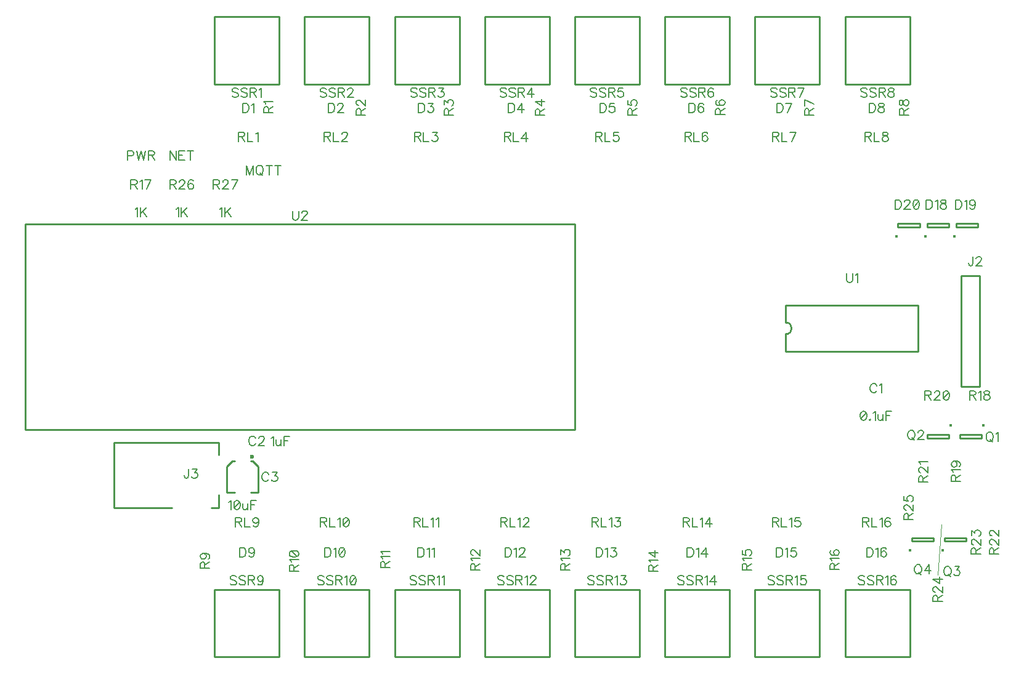
<source format=gbr>
G04 DipTrace 3.3.1.3*
G04 TopSilk.gbr*
%MOIN*%
G04 #@! TF.FileFunction,Legend,Top*
G04 #@! TF.Part,Single*
%ADD10C,0.009843*%
%ADD20C,0.00315*%
%ADD22C,0.023616*%
%ADD24C,0.015404*%
%ADD68C,0.00772*%
%FSLAX26Y26*%
G04*
G70*
G90*
G75*
G01*
G04 TopSilk*
%LPD*%
X1147953Y1246384D2*
D10*
X1106612D1*
X1147953D2*
Y1386121D1*
X1118428Y1415661D2*
X1147953Y1386121D1*
X1118428Y1415661D2*
X1106612D1*
X1020002Y1246384D2*
X978661D1*
Y1386121D1*
X1008186Y1415661D2*
X978661Y1386121D1*
X1020002Y1415661D2*
X1008186D1*
D22*
X1114492Y1437322D3*
D24*
X4756868Y2631275D3*
X4766068Y2681417D2*
D10*
X4884173D1*
Y2701102D1*
X4766068D1*
Y2681417D1*
D24*
X4914348Y2631275D3*
X4923549Y2681417D2*
D10*
X5041654D1*
Y2701102D1*
X4923549D1*
Y2681417D1*
D24*
X4599387Y2631275D3*
X4608588Y2681417D2*
D10*
X4726693D1*
Y2701102D1*
X4608588D1*
Y2681417D1*
X5049678Y2420366D2*
X4949676D1*
Y1820421D1*
X5049678D1*
Y2420366D1*
X366457Y1516063D2*
Y1161713D1*
X681407D1*
X894036D2*
X933391D1*
Y1230624D1*
Y1447153D2*
Y1516063D1*
X366457D1*
D24*
X5070534Y1609512D3*
X5061333Y1559370D2*
D10*
X4943228D1*
Y1539685D1*
X5061333D1*
Y1559370D1*
D24*
X4893369Y1609512D3*
X4884168Y1559370D2*
D10*
X4766063D1*
Y1539685D1*
X4884168D1*
Y1559370D1*
D24*
X4851356Y930488D3*
X4860557Y980630D2*
D10*
X4978661D1*
Y1000315D1*
X4860557D1*
Y980630D1*
D24*
X4674190Y930488D3*
X4683391Y980630D2*
D10*
X4801496D1*
Y1000315D1*
X4683391D1*
Y980630D1*
X910650Y3820631D2*
X1260650D1*
Y3455629D1*
X910650D1*
Y3820631D1*
X1398150D2*
X1748150D1*
Y3455629D1*
X1398150D1*
Y3820631D1*
X1887756Y3820651D2*
X2237756D1*
Y3455649D1*
X1887756D1*
Y3820651D1*
X2373150D2*
X2723150D1*
Y3455649D1*
X2373150D1*
Y3820651D1*
X2860650D2*
X3210650D1*
Y3455649D1*
X2860650D1*
Y3820651D1*
X3348150D2*
X3698150D1*
Y3455649D1*
X3348150D1*
Y3820651D1*
X3835650D2*
X4185650D1*
Y3455649D1*
X3835650D1*
Y3820651D1*
X4323150D2*
X4673150D1*
Y3455649D1*
X4323150D1*
Y3820651D1*
X1260630Y353995D2*
X910630D1*
Y718997D1*
X1260630D1*
Y353995D1*
X1748150D2*
X1398150D1*
Y718997D1*
X1748150D1*
Y353995D1*
X2237756D2*
X1887756D1*
Y718997D1*
X2237756D1*
Y353995D1*
X2723150D2*
X2373150D1*
Y718997D1*
X2723150D1*
Y353995D1*
X3210630D2*
X2860630D1*
Y718997D1*
X3210630D1*
Y353995D1*
X3698150D2*
X3348150D1*
Y718997D1*
X3698150D1*
Y353995D1*
X4185630D2*
X3835630D1*
Y718997D1*
X4185630D1*
Y353995D1*
X4673150D2*
X4323150D1*
Y718997D1*
X4673150D1*
Y353995D1*
X4002499Y2008190D2*
X4718997D1*
X4002499Y2260157D2*
X4718997D1*
Y2008190D2*
Y2260157D1*
X4002499Y2008190D2*
Y2102666D1*
Y2165680D2*
Y2260157D1*
Y2102666D2*
G03X4002499Y2165680I-53J31507D01*
G01*
X2860157Y2697165D2*
X-112283D1*
Y1584961D1*
X2860157D1*
Y2697165D1*
X4823150Y797559D2*
D20*
X4842835Y1073150D1*
X4494691Y1823411D2*
D68*
X4492314Y1828164D1*
X4487506Y1832972D1*
X4482753Y1835349D1*
X4473191D1*
X4468383Y1832972D1*
X4463630Y1828164D1*
X4461198Y1823411D1*
X4458821Y1816226D1*
Y1804232D1*
X4461198Y1797103D1*
X4463630Y1792294D1*
X4468383Y1787541D1*
X4473191Y1785109D1*
X4482753D1*
X4487506Y1787541D1*
X4492314Y1792294D1*
X4494691Y1797103D1*
X4510130Y1825732D2*
X4514939Y1828164D1*
X4522124Y1835294D1*
Y1785109D1*
X4420104Y1686057D2*
X4412919Y1683680D1*
X4408110Y1676495D1*
X4405734Y1664557D1*
Y1657372D1*
X4408110Y1645434D1*
X4412919Y1638249D1*
X4420104Y1635872D1*
X4424857D1*
X4432042Y1638249D1*
X4436795Y1645434D1*
X4439227Y1657372D1*
Y1664557D1*
X4436795Y1676495D1*
X4432042Y1683680D1*
X4424857Y1686057D1*
X4420104D1*
X4436795Y1676495D2*
X4408110Y1645434D1*
X4457043Y1640681D2*
X4454666Y1638249D1*
X4457043Y1635872D1*
X4459475Y1638249D1*
X4457043Y1640681D1*
X4474914Y1676495D2*
X4479723Y1678927D1*
X4486908Y1686057D1*
Y1635872D1*
X4502347Y1669366D2*
Y1645434D1*
X4504723Y1638304D1*
X4509532Y1635872D1*
X4516717D1*
X4521470Y1638304D1*
X4528655Y1645434D1*
Y1669366D2*
Y1635872D1*
X4575211Y1686112D2*
X4544094D1*
Y1635872D1*
Y1662180D2*
X4563218D1*
X1133547Y1537978D2*
X1131171Y1542731D1*
X1126362Y1547539D1*
X1121609Y1549916D1*
X1112048D1*
X1107239Y1547539D1*
X1102486Y1542731D1*
X1100054Y1537978D1*
X1097677Y1530793D1*
Y1518799D1*
X1100054Y1511669D1*
X1102486Y1506861D1*
X1107239Y1502108D1*
X1112048Y1499676D1*
X1121609D1*
X1126362Y1502108D1*
X1131171Y1506861D1*
X1133547Y1511669D1*
X1151419Y1537923D2*
Y1540299D1*
X1153795Y1545108D1*
X1156172Y1547484D1*
X1160980Y1549861D1*
X1170542D1*
X1175295Y1547484D1*
X1177672Y1545108D1*
X1180103Y1540299D1*
Y1535546D1*
X1177672Y1530737D1*
X1172918Y1523608D1*
X1148987Y1499676D1*
X1182480D1*
X1217883Y1538700D2*
X1222691Y1541132D1*
X1229876Y1548262D1*
Y1498077D1*
X1245316Y1531570D2*
Y1507639D1*
X1247692Y1500509D1*
X1252501Y1498077D1*
X1259686D1*
X1264439Y1500509D1*
X1271624Y1507639D1*
Y1531570D2*
Y1498077D1*
X1318180Y1548317D2*
X1287063D1*
Y1498077D1*
Y1524385D2*
X1306187D1*
X1204414Y1343106D2*
X1202037Y1347860D1*
X1197229Y1352668D1*
X1192475Y1355045D1*
X1182914D1*
X1178105Y1352668D1*
X1173352Y1347860D1*
X1170920Y1343106D1*
X1168544Y1335921D1*
Y1323928D1*
X1170920Y1316798D1*
X1173352Y1311990D1*
X1178105Y1307236D1*
X1182914Y1304805D1*
X1192475D1*
X1197229Y1307236D1*
X1202037Y1311990D1*
X1204414Y1316798D1*
X1224661Y1354989D2*
X1250914D1*
X1236599Y1335866D1*
X1243785D1*
X1248538Y1333489D1*
X1250914Y1331113D1*
X1253346Y1323928D1*
Y1319175D1*
X1250914Y1311990D1*
X1246161Y1307181D1*
X1238976Y1304805D1*
X1231791D1*
X1224661Y1307181D1*
X1222285Y1309613D1*
X1219853Y1314366D1*
X988692Y1193228D2*
X993501Y1195659D1*
X1000686Y1202789D1*
Y1152604D1*
X1030495Y1202789D2*
X1023310Y1200413D1*
X1018502Y1193228D1*
X1016125Y1181289D1*
Y1174104D1*
X1018502Y1162166D1*
X1023310Y1154981D1*
X1030495Y1152604D1*
X1035248D1*
X1042433Y1154981D1*
X1047186Y1162166D1*
X1049618Y1174104D1*
Y1181289D1*
X1047186Y1193228D1*
X1042433Y1200413D1*
X1035248Y1202789D1*
X1030495D1*
X1047186Y1193228D2*
X1018502Y1162166D1*
X1065058Y1186098D2*
Y1162166D1*
X1067434Y1155036D1*
X1072243Y1152604D1*
X1079428D1*
X1084181Y1155036D1*
X1091366Y1162166D1*
Y1186098D2*
Y1152604D1*
X1137922Y1202844D2*
X1106805D1*
Y1152604D1*
Y1178913D2*
X1125928D1*
X1063454Y3353017D2*
Y3302777D1*
X1080201D1*
X1087386Y3305209D1*
X1092194Y3309962D1*
X1094571Y3314771D1*
X1096948Y3321900D1*
Y3333894D1*
X1094571Y3341079D1*
X1092194Y3345832D1*
X1087386Y3350640D1*
X1080201Y3353017D1*
X1063454D1*
X1112387Y3343400D2*
X1117195Y3345832D1*
X1124380Y3352962D1*
Y3302777D1*
X1527704Y3353017D2*
Y3302777D1*
X1544451D1*
X1551636Y3305209D1*
X1556445Y3309962D1*
X1558821Y3314771D1*
X1561198Y3321900D1*
Y3333894D1*
X1558821Y3341079D1*
X1556445Y3345832D1*
X1551636Y3350640D1*
X1544451Y3353017D1*
X1527704D1*
X1579069Y3341024D2*
Y3343400D1*
X1581445Y3348209D1*
X1583822Y3350585D1*
X1588630Y3352962D1*
X1598192D1*
X1602945Y3350585D1*
X1605322Y3348209D1*
X1607754Y3343400D1*
Y3338647D1*
X1605322Y3333839D1*
X1600569Y3326709D1*
X1576637Y3302777D1*
X1610130D1*
X2015204Y3353016D2*
Y3302776D1*
X2031951D1*
X2039136Y3305208D1*
X2043945Y3309961D1*
X2046321Y3314769D1*
X2048698Y3321899D1*
Y3333892D1*
X2046321Y3341078D1*
X2043945Y3345831D1*
X2039136Y3350639D1*
X2031951Y3353016D1*
X2015204D1*
X2068945Y3352960D2*
X2095198D1*
X2080884Y3333837D1*
X2088069D1*
X2092822Y3331461D1*
X2095198Y3329084D1*
X2097630Y3321899D1*
Y3317146D1*
X2095198Y3309961D1*
X2090445Y3305152D1*
X2083260Y3302776D1*
X2076075D1*
X2068945Y3305152D1*
X2066569Y3307584D1*
X2064137Y3312337D1*
X2501516Y3353017D2*
Y3302777D1*
X2518263D1*
X2525448Y3305209D1*
X2530256Y3309962D1*
X2532633Y3314771D1*
X2535009Y3321900D1*
Y3333894D1*
X2532633Y3341079D1*
X2530256Y3345832D1*
X2525448Y3350640D1*
X2518263Y3353017D1*
X2501516D1*
X2574380Y3302777D2*
Y3352962D1*
X2550449Y3319524D1*
X2586319D1*
X2996455Y3353017D2*
Y3302777D1*
X3013202D1*
X3020387Y3305209D1*
X3025195Y3309962D1*
X3027572Y3314771D1*
X3029948Y3321900D1*
Y3333894D1*
X3027572Y3341079D1*
X3025195Y3345832D1*
X3020387Y3350640D1*
X3013202Y3353017D1*
X2996455D1*
X3074072Y3352962D2*
X3050196D1*
X3047819Y3331462D1*
X3050196Y3333839D1*
X3057381Y3336270D1*
X3064511D1*
X3071696Y3333839D1*
X3076504Y3329085D1*
X3078881Y3321900D1*
Y3317147D1*
X3076504Y3309962D1*
X3071696Y3305154D1*
X3064511Y3302777D1*
X3057381D1*
X3050196Y3305154D1*
X3047819Y3307585D1*
X3045388Y3312339D1*
X3478920Y3353017D2*
Y3302777D1*
X3495667D1*
X3502852Y3305209D1*
X3507660Y3309962D1*
X3510037Y3314771D1*
X3512414Y3321900D1*
Y3333894D1*
X3510037Y3341079D1*
X3507660Y3345832D1*
X3502852Y3350640D1*
X3495667Y3353017D1*
X3478920D1*
X3556538Y3345832D2*
X3554161Y3350585D1*
X3546976Y3352962D1*
X3542223D1*
X3535038Y3350585D1*
X3530229Y3343400D1*
X3527853Y3331462D1*
Y3319524D1*
X3530229Y3309962D1*
X3535038Y3305154D1*
X3542223Y3302777D1*
X3544600D1*
X3551729Y3305154D1*
X3556538Y3309962D1*
X3558914Y3317147D1*
Y3319524D1*
X3556538Y3326709D1*
X3551729Y3331462D1*
X3544600Y3333839D1*
X3542223D1*
X3535038Y3331462D1*
X3530229Y3326709D1*
X3527853Y3319524D1*
X3952704Y3353016D2*
Y3302776D1*
X3969451D1*
X3976636Y3305208D1*
X3981445Y3309961D1*
X3983821Y3314769D1*
X3986198Y3321899D1*
Y3333892D1*
X3983821Y3341078D1*
X3981445Y3345831D1*
X3976636Y3350639D1*
X3969451Y3353016D1*
X3952704D1*
X4011199Y3302776D2*
X4035130Y3352960D1*
X4001637D1*
X4452732Y3353017D2*
Y3302777D1*
X4469479D1*
X4476664Y3305209D1*
X4481472Y3309962D1*
X4483849Y3314771D1*
X4486225Y3321900D1*
Y3333894D1*
X4483849Y3341079D1*
X4481472Y3345832D1*
X4476664Y3350640D1*
X4469479Y3353017D1*
X4452732D1*
X4513603Y3352962D2*
X4506473Y3350585D1*
X4504041Y3345832D1*
Y3341024D1*
X4506473Y3336270D1*
X4511226Y3333839D1*
X4520788Y3331462D1*
X4527973Y3329085D1*
X4532726Y3324277D1*
X4535103Y3319524D1*
Y3312339D1*
X4532726Y3307585D1*
X4530349Y3305154D1*
X4523164Y3302777D1*
X4513603D1*
X4506473Y3305154D1*
X4504041Y3307585D1*
X4501665Y3312339D1*
Y3319524D1*
X4504041Y3324277D1*
X4508850Y3329085D1*
X4515979Y3331462D1*
X4525541Y3333839D1*
X4530349Y3336270D1*
X4532726Y3341024D1*
Y3345832D1*
X4530349Y3350585D1*
X4523164Y3352962D1*
X4513603D1*
X1047643Y946766D2*
Y896526D1*
X1064390D1*
X1071575Y898958D1*
X1076383Y903711D1*
X1078760Y908520D1*
X1081137Y915650D1*
Y927643D1*
X1078760Y934828D1*
X1076383Y939581D1*
X1071575Y944390D1*
X1064390Y946766D1*
X1047643D1*
X1127693Y930020D2*
X1125261Y922835D1*
X1120508Y918026D1*
X1113323Y915650D1*
X1110946D1*
X1103761Y918026D1*
X1099008Y922835D1*
X1096576Y930020D1*
Y932396D1*
X1099008Y939581D1*
X1103761Y944335D1*
X1110946Y946711D1*
X1113323D1*
X1120508Y944335D1*
X1125261Y939581D1*
X1127693Y930020D1*
Y918026D1*
X1125261Y906088D1*
X1120508Y898903D1*
X1113323Y896526D1*
X1108569D1*
X1101384Y898903D1*
X1099008Y903711D1*
X1507748Y946766D2*
Y896526D1*
X1524495D1*
X1531680Y898958D1*
X1536488Y903711D1*
X1538865Y908520D1*
X1541241Y915650D1*
Y927643D1*
X1538865Y934828D1*
X1536488Y939581D1*
X1531680Y944390D1*
X1524495Y946766D1*
X1507748D1*
X1556680Y937149D2*
X1561489Y939581D1*
X1568674Y946711D1*
Y896526D1*
X1598483Y946711D2*
X1591298Y944335D1*
X1586490Y937149D1*
X1584113Y925211D1*
Y918026D1*
X1586490Y906088D1*
X1591298Y898903D1*
X1598483Y896526D1*
X1603236D1*
X1610421Y898903D1*
X1615175Y906088D1*
X1617606Y918026D1*
Y925211D1*
X1615175Y937149D1*
X1610421Y944335D1*
X1603236Y946711D1*
X1598483D1*
X1615175Y937149D2*
X1586490Y906088D1*
X2012238Y946766D2*
Y896526D1*
X2028985D1*
X2036170Y898958D1*
X2040978Y903711D1*
X2043355Y908520D1*
X2045731Y915650D1*
Y927643D1*
X2043355Y934828D1*
X2040978Y939581D1*
X2036170Y944390D1*
X2028985Y946766D1*
X2012238D1*
X2061171Y937149D2*
X2065979Y939581D1*
X2073164Y946711D1*
Y896526D1*
X2088603Y937149D2*
X2093412Y939581D1*
X2100597Y946711D1*
Y896526D1*
X2482739Y946766D2*
Y896526D1*
X2499485D1*
X2506670Y898958D1*
X2511479Y903711D1*
X2513855Y908520D1*
X2516232Y915650D1*
Y927643D1*
X2513855Y934828D1*
X2511479Y939581D1*
X2506670Y944390D1*
X2499485Y946766D1*
X2482739D1*
X2531671Y937149D2*
X2536480Y939581D1*
X2543665Y946711D1*
Y896526D1*
X2561536Y934773D2*
Y937149D1*
X2563912Y941958D1*
X2566289Y944335D1*
X2571097Y946711D1*
X2580659D1*
X2585412Y944335D1*
X2587789Y941958D1*
X2590221Y937149D1*
Y932396D1*
X2587789Y927588D1*
X2583036Y920458D1*
X2559104Y896526D1*
X2592597D1*
X2976488Y946766D2*
Y896526D1*
X2993235D1*
X3000420Y898958D1*
X3005228Y903711D1*
X3007605Y908520D1*
X3009981Y915650D1*
Y927643D1*
X3007605Y934828D1*
X3005228Y939581D1*
X3000420Y944390D1*
X2993235Y946766D1*
X2976488D1*
X3025421Y937149D2*
X3030229Y939581D1*
X3037414Y946711D1*
Y896526D1*
X3057662Y946711D2*
X3083915D1*
X3069600Y927588D1*
X3076785D1*
X3081538Y925211D1*
X3083915Y922835D1*
X3086347Y915650D1*
Y910896D1*
X3083915Y903711D1*
X3079162Y898903D1*
X3071977Y896526D1*
X3064792D1*
X3057662Y898903D1*
X3055285Y901335D1*
X3052853Y906088D1*
X3469060Y946766D2*
Y896526D1*
X3485806D1*
X3492991Y898958D1*
X3497800Y903711D1*
X3500176Y908520D1*
X3502553Y915650D1*
Y927643D1*
X3500176Y934828D1*
X3497800Y939581D1*
X3492991Y944390D1*
X3485806Y946766D1*
X3469060D1*
X3517992Y937149D2*
X3522801Y939581D1*
X3529986Y946711D1*
Y896526D1*
X3569357D2*
Y946711D1*
X3545425Y913273D1*
X3581295D1*
X3951488Y946766D2*
Y896526D1*
X3968235D1*
X3975420Y898958D1*
X3980228Y903711D1*
X3982605Y908520D1*
X3984981Y915650D1*
Y927643D1*
X3982605Y934828D1*
X3980228Y939581D1*
X3975420Y944390D1*
X3968235Y946766D1*
X3951488D1*
X4000421Y937149D2*
X4005229Y939581D1*
X4012414Y946711D1*
Y896526D1*
X4056538Y946711D2*
X4032662D1*
X4030285Y925211D1*
X4032662Y927588D1*
X4039847Y930020D1*
X4046977D1*
X4054162Y927588D1*
X4058970Y922835D1*
X4061347Y915650D1*
Y910896D1*
X4058970Y903711D1*
X4054162Y898903D1*
X4046977Y896526D1*
X4039847D1*
X4032662Y898903D1*
X4030285Y901335D1*
X4027853Y906088D1*
X4440224Y946766D2*
Y896526D1*
X4456970D1*
X4464155Y898958D1*
X4468964Y903711D1*
X4471340Y908520D1*
X4473717Y915650D1*
Y927643D1*
X4471340Y934828D1*
X4468964Y939581D1*
X4464155Y944390D1*
X4456970Y946766D1*
X4440224D1*
X4489156Y937149D2*
X4493965Y939581D1*
X4501150Y946711D1*
Y896526D1*
X4545274Y939581D2*
X4542897Y944335D1*
X4535712Y946711D1*
X4530959D1*
X4523774Y944335D1*
X4518966Y937149D1*
X4516589Y925211D1*
Y913273D1*
X4518966Y903711D1*
X4523774Y898903D1*
X4530959Y896526D1*
X4533336D1*
X4540465Y898903D1*
X4545274Y903711D1*
X4547650Y910896D1*
Y913273D1*
X4545274Y920458D1*
X4540465Y925211D1*
X4533336Y927588D1*
X4530959D1*
X4523774Y925211D1*
X4518966Y920458D1*
X4516589Y913273D1*
X4761768Y2830428D2*
Y2780188D1*
X4778514D1*
X4785699Y2782620D1*
X4790508Y2787373D1*
X4792884Y2792181D1*
X4795261Y2799311D1*
Y2811305D1*
X4792884Y2818490D1*
X4790508Y2823243D1*
X4785699Y2828051D1*
X4778514Y2830428D1*
X4761768D1*
X4810700Y2820811D2*
X4815509Y2823243D1*
X4822694Y2830373D1*
Y2780188D1*
X4850071Y2830373D2*
X4842941Y2827996D1*
X4840510Y2823243D1*
Y2818434D1*
X4842941Y2813681D1*
X4847695Y2811249D1*
X4857256Y2808873D1*
X4864441Y2806496D1*
X4869194Y2801688D1*
X4871571Y2796934D1*
Y2789749D1*
X4869194Y2784996D1*
X4866818Y2782564D1*
X4859633Y2780188D1*
X4850071D1*
X4842941Y2782564D1*
X4840510Y2784996D1*
X4838133Y2789749D1*
Y2796934D1*
X4840510Y2801688D1*
X4845318Y2806496D1*
X4852448Y2808873D1*
X4862009Y2811249D1*
X4866818Y2813681D1*
X4869194Y2818434D1*
Y2823243D1*
X4866818Y2827996D1*
X4859633Y2830373D1*
X4850071D1*
X4920409Y2830428D2*
Y2780188D1*
X4937155D1*
X4944340Y2782620D1*
X4949149Y2787373D1*
X4951525Y2792181D1*
X4953902Y2799311D1*
Y2811305D1*
X4951525Y2818490D1*
X4949149Y2823243D1*
X4944340Y2828051D1*
X4937155Y2830428D1*
X4920409D1*
X4969341Y2820811D2*
X4974150Y2823243D1*
X4981335Y2830373D1*
Y2780188D1*
X5027891Y2813681D2*
X5025459Y2806496D1*
X5020706Y2801688D1*
X5013521Y2799311D1*
X5011144D1*
X5003959Y2801688D1*
X4999206Y2806496D1*
X4996774Y2813681D1*
Y2816058D1*
X4999206Y2823243D1*
X5003959Y2827996D1*
X5011144Y2830373D1*
X5013521D1*
X5020706Y2827996D1*
X5025459Y2823243D1*
X5027891Y2813681D1*
Y2801688D1*
X5025459Y2789749D1*
X5020706Y2782564D1*
X5013521Y2780188D1*
X5008767D1*
X5001582Y2782564D1*
X4999206Y2787373D1*
X4593510Y2830428D2*
Y2780188D1*
X4610256D1*
X4617441Y2782620D1*
X4622250Y2787373D1*
X4624626Y2792181D1*
X4627003Y2799311D1*
Y2811305D1*
X4624626Y2818490D1*
X4622250Y2823243D1*
X4617441Y2828051D1*
X4610256Y2830428D1*
X4593510D1*
X4644874Y2818434D2*
Y2820811D1*
X4647251Y2825619D1*
X4649627Y2827996D1*
X4654436Y2830373D1*
X4663997D1*
X4668751Y2827996D1*
X4671127Y2825619D1*
X4673559Y2820811D1*
Y2816058D1*
X4671127Y2811249D1*
X4666374Y2804120D1*
X4642442Y2780188D1*
X4675936D1*
X4705745Y2830373D2*
X4698560Y2827996D1*
X4693751Y2820811D1*
X4691375Y2808873D1*
Y2801688D1*
X4693751Y2789749D1*
X4698560Y2782564D1*
X4705745Y2780188D1*
X4710498D1*
X4717683Y2782564D1*
X4722436Y2789749D1*
X4724868Y2801688D1*
Y2808873D1*
X4722436Y2820811D1*
X4717683Y2827996D1*
X4710498Y2830373D1*
X4705745D1*
X4722436Y2820811D2*
X4693751Y2789749D1*
X5014636Y2522751D2*
Y2484504D1*
X5012259Y2477319D1*
X5009828Y2474942D1*
X5005074Y2472511D1*
X5000266D1*
X4995513Y2474942D1*
X4993136Y2477319D1*
X4990704Y2484504D1*
Y2489257D1*
X5032507Y2510757D2*
Y2513134D1*
X5034884Y2517942D1*
X5037260Y2520319D1*
X5042069Y2522695D1*
X5051630D1*
X5056384Y2520319D1*
X5058760Y2517942D1*
X5061192Y2513134D1*
Y2508381D1*
X5058760Y2503572D1*
X5054007Y2496442D1*
X5030075Y2472511D1*
X5063569D1*
X771279Y1372751D2*
Y1334504D1*
X768902Y1327319D1*
X766471Y1324942D1*
X761717Y1322511D1*
X756909D1*
X752156Y1324942D1*
X749779Y1327319D1*
X747347Y1334504D1*
Y1339257D1*
X791527Y1372695D2*
X817780D1*
X803465Y1353572D1*
X810650D1*
X815403Y1351196D1*
X817780Y1348819D1*
X820212Y1341634D1*
Y1336881D1*
X817780Y1329696D1*
X813027Y1324887D1*
X805842Y1322511D1*
X798657D1*
X791527Y1324887D1*
X789150Y1327319D1*
X786718Y1332072D1*
X1120800Y2966211D2*
Y3016451D1*
X1101677Y2966211D1*
X1082554Y3016451D1*
Y2966211D1*
X1150610Y3016451D2*
X1145857Y3014130D1*
X1141048Y3009322D1*
X1138672Y3004513D1*
X1136240Y2997328D1*
Y2985390D1*
X1138672Y2978205D1*
X1141048Y2973452D1*
X1145857Y2968643D1*
X1150610Y2966267D1*
X1160171D1*
X1164980Y2968643D1*
X1169733Y2973452D1*
X1172110Y2978205D1*
X1174542Y2985390D1*
Y2997328D1*
X1172110Y3004513D1*
X1169733Y3009322D1*
X1164980Y3014130D1*
X1160171Y3016451D1*
X1150610D1*
X1157795Y2975828D2*
X1172110Y2961458D1*
X1206727Y3016451D2*
Y2966211D1*
X1189981Y3016451D2*
X1223474D1*
X1255660D2*
Y2966211D1*
X1238913Y3016451D2*
X1272407D1*
X703597Y3095192D2*
Y3044952D1*
X670104Y3095192D1*
Y3044952D1*
X750098Y3095192D2*
X719036D1*
Y3044952D1*
X750098D1*
X719036Y3071260D2*
X738159D1*
X782284Y3095192D2*
Y3044952D1*
X765537Y3095192D2*
X799030D1*
X441230Y3068883D2*
X462785D1*
X469915Y3071260D1*
X472347Y3073692D1*
X474724Y3078445D1*
Y3085630D1*
X472347Y3090383D1*
X469915Y3092815D1*
X462785Y3095192D1*
X441230D1*
Y3044952D1*
X490163Y3095192D2*
X502156Y3044952D1*
X514094Y3095192D1*
X526033Y3044952D1*
X538026Y3095192D1*
X553465Y3071260D2*
X574965D1*
X582150Y3073692D1*
X584582Y3076068D1*
X586959Y3080822D1*
Y3085630D1*
X584582Y3090383D1*
X582150Y3092815D1*
X574965Y3095192D1*
X553465D1*
Y3044952D1*
X570212Y3071260D2*
X586959Y3044952D1*
X5100503Y1572336D2*
X5095750Y1570015D1*
X5090941Y1565206D1*
X5088565Y1560398D1*
X5086133Y1553213D1*
Y1541274D1*
X5088565Y1534089D1*
X5090941Y1529336D1*
X5095750Y1524528D1*
X5100503Y1522151D1*
X5110064D1*
X5114873Y1524528D1*
X5119626Y1529336D1*
X5122003Y1534089D1*
X5124435Y1541274D1*
Y1553213D1*
X5122003Y1560398D1*
X5119626Y1565206D1*
X5114873Y1570015D1*
X5110064Y1572336D1*
X5100503D1*
X5107688Y1531713D2*
X5122003Y1517343D1*
X5139874Y1562719D2*
X5144682Y1565151D1*
X5151867Y1572281D1*
Y1522096D1*
X4676367Y1582178D2*
X4671614Y1579857D1*
X4666805Y1575049D1*
X4664429Y1570240D1*
X4661997Y1563055D1*
Y1551117D1*
X4664429Y1543932D1*
X4666805Y1539179D1*
X4671614Y1534370D1*
X4676367Y1531994D1*
X4685929D1*
X4690737Y1534370D1*
X4695490Y1539179D1*
X4697867Y1543932D1*
X4700299Y1551117D1*
Y1563055D1*
X4697867Y1570240D1*
X4695490Y1575049D1*
X4690737Y1579857D1*
X4685929Y1582178D1*
X4676367D1*
X4683552Y1541555D2*
X4697867Y1527185D1*
X4718170Y1570185D2*
Y1572562D1*
X4720546Y1577370D1*
X4722923Y1579747D1*
X4727732Y1582123D1*
X4737293D1*
X4742046Y1579747D1*
X4744423Y1577370D1*
X4746855Y1572562D1*
Y1567808D1*
X4744423Y1563000D1*
X4739670Y1555870D1*
X4715738Y1531938D1*
X4749231D1*
X4872068Y844207D2*
X4867315Y841886D1*
X4862506Y837078D1*
X4860130Y832269D1*
X4857698Y825084D1*
Y813146D1*
X4860130Y805961D1*
X4862506Y801208D1*
X4867315Y796399D1*
X4872068Y794023D1*
X4881629D1*
X4886438Y796399D1*
X4891191Y801208D1*
X4893568Y805961D1*
X4896000Y813146D1*
Y825084D1*
X4893568Y832269D1*
X4891191Y837078D1*
X4886438Y841886D1*
X4881629Y844207D1*
X4872068D1*
X4879253Y803584D2*
X4893568Y789214D1*
X4916247Y844152D2*
X4942500D1*
X4928185Y825029D1*
X4935371D1*
X4940124Y822652D1*
X4942500Y820276D1*
X4944932Y813091D1*
Y808337D1*
X4942500Y801152D1*
X4937747Y796344D1*
X4930562Y793967D1*
X4923377D1*
X4916247Y796344D1*
X4913871Y798776D1*
X4911439Y803529D1*
X4713399Y854050D2*
X4708646Y851729D1*
X4703838Y846920D1*
X4701461Y842112D1*
X4699029Y834927D1*
Y822988D1*
X4701461Y815803D1*
X4703838Y811050D1*
X4708646Y806242D1*
X4713399Y803865D1*
X4722961D1*
X4727769Y806242D1*
X4732523Y811050D1*
X4734899Y815803D1*
X4737331Y822988D1*
Y834927D1*
X4734899Y842112D1*
X4732523Y846920D1*
X4727769Y851729D1*
X4722961Y854050D1*
X4713399D1*
X4720584Y813427D2*
X4734899Y799057D1*
X4776702Y803810D2*
Y853995D1*
X4752770Y820557D1*
X4788640D1*
X1202697Y3301151D2*
Y3322651D1*
X1200265Y3329836D1*
X1197888Y3332268D1*
X1193135Y3334645D1*
X1188327D1*
X1183574Y3332268D1*
X1181142Y3329836D1*
X1178765Y3322651D1*
Y3301151D1*
X1229005D1*
X1202697Y3317898D2*
X1229005Y3334645D1*
X1188382Y3350084D2*
X1185950Y3354892D1*
X1178820Y3362077D1*
X1229005D1*
X1702717Y3290401D2*
Y3311901D1*
X1700285Y3319086D1*
X1697908Y3321518D1*
X1693155Y3323895D1*
X1688346D1*
X1683593Y3321518D1*
X1681161Y3319086D1*
X1678785Y3311901D1*
Y3290401D1*
X1729025D1*
X1702717Y3307148D2*
X1729025Y3323895D1*
X1690778Y3341766D2*
X1688402D1*
X1683593Y3344142D1*
X1681217Y3346519D1*
X1678840Y3351327D1*
Y3360889D1*
X1681217Y3365642D1*
X1683593Y3368019D1*
X1688402Y3370451D1*
X1693155D1*
X1697963Y3368019D1*
X1705093Y3363266D1*
X1729025Y3339334D1*
Y3372827D1*
X2177717Y3290401D2*
Y3311901D1*
X2175285Y3319086D1*
X2172908Y3321518D1*
X2168155Y3323895D1*
X2163346D1*
X2158593Y3321518D1*
X2156161Y3319086D1*
X2153785Y3311901D1*
Y3290401D1*
X2204025D1*
X2177717Y3307148D2*
X2204025Y3323895D1*
X2153840Y3344142D2*
Y3370395D1*
X2172963Y3356081D1*
Y3363266D1*
X2175340Y3368019D1*
X2177717Y3370395D1*
X2184902Y3372827D1*
X2189655D1*
X2196840Y3370395D1*
X2201648Y3365642D1*
X2204025Y3358457D1*
Y3351272D1*
X2201648Y3344142D1*
X2199216Y3341766D1*
X2194463Y3339334D1*
X2671457Y3289213D2*
Y3310713D1*
X2669025Y3317898D1*
X2666648Y3320330D1*
X2661895Y3322706D1*
X2657087D1*
X2652333Y3320330D1*
X2649902Y3317898D1*
X2647525Y3310713D1*
Y3289213D1*
X2697765D1*
X2671457Y3305960D2*
X2697765Y3322706D1*
Y3362077D2*
X2647580D1*
X2681018Y3338146D1*
Y3374015D1*
X3171446Y3290401D2*
Y3311901D1*
X3169014Y3319086D1*
X3166638Y3321518D1*
X3161885Y3323895D1*
X3157076D1*
X3152323Y3321518D1*
X3149891Y3319086D1*
X3147514Y3311901D1*
Y3290401D1*
X3197754D1*
X3171446Y3307148D2*
X3197755Y3323895D1*
X3147570Y3368019D2*
Y3344142D1*
X3169070Y3341766D1*
X3166693Y3344142D1*
X3164261Y3351327D1*
Y3358457D1*
X3166693Y3365642D1*
X3171446Y3370451D1*
X3178631Y3372827D1*
X3183384D1*
X3190569Y3370451D1*
X3195378Y3365642D1*
X3197754Y3358457D1*
X3197755Y3351327D1*
X3195378Y3344142D1*
X3192946Y3341766D1*
X3188193Y3339334D1*
X3646447Y3291617D2*
X3646448Y3313117D1*
X3644016Y3320302D1*
X3641639Y3322734D1*
X3636886Y3325111D1*
X3632077D1*
X3627324Y3322734D1*
X3624892Y3320302D1*
X3622516Y3313117D1*
Y3291617D1*
X3672756D1*
X3646448Y3308364D2*
X3672756Y3325111D1*
X3629701Y3369235D2*
X3624948Y3366858D1*
X3622571Y3359673D1*
Y3354920D1*
X3624948Y3347735D1*
X3632133Y3342926D1*
X3644071Y3340550D1*
X3656009D1*
X3665571Y3342926D1*
X3670379Y3347735D1*
X3672756Y3354920D1*
Y3357296D1*
X3670379Y3364426D1*
X3665571Y3369235D1*
X3658386Y3371611D1*
X3656009D1*
X3648824Y3369235D1*
X3644071Y3364426D1*
X3641694Y3357296D1*
Y3354920D1*
X3644071Y3347735D1*
X3648824Y3342926D1*
X3656009Y3340550D1*
X4127697Y3290401D2*
Y3311901D1*
X4125265Y3319086D1*
X4122888Y3321518D1*
X4118135Y3323895D1*
X4113327D1*
X4108574Y3321518D1*
X4106142Y3319086D1*
X4103765Y3311901D1*
Y3290401D1*
X4154005D1*
X4127697Y3307148D2*
X4154005Y3323895D1*
Y3348895D2*
X4103820Y3372827D1*
Y3339334D1*
X4640197Y3290429D2*
Y3311929D1*
X4637765Y3319114D1*
X4635388Y3321546D1*
X4630635Y3323922D1*
X4625827D1*
X4621074Y3321546D1*
X4618642Y3319114D1*
X4616265Y3311929D1*
Y3290429D1*
X4666505D1*
X4640197Y3307176D2*
X4666505Y3323922D1*
X4616320Y3351300D2*
X4618697Y3344170D1*
X4623450Y3341738D1*
X4628259D1*
X4633012Y3344170D1*
X4635444Y3348923D1*
X4637820Y3358485D1*
X4640197Y3365670D1*
X4645005Y3370423D1*
X4649758Y3372800D1*
X4656944D1*
X4661697Y3370423D1*
X4664129Y3368046D1*
X4666505Y3360861D1*
Y3351300D1*
X4664129Y3344170D1*
X4661697Y3341738D1*
X4656944Y3339361D1*
X4649759D1*
X4645005Y3341738D1*
X4640197Y3346547D1*
X4637820Y3353676D1*
X4635444Y3363238D1*
X4633012Y3368046D1*
X4628259Y3370423D1*
X4623450D1*
X4618697Y3368046D1*
X4616320Y3360861D1*
Y3351300D1*
X858947Y835143D2*
X858948Y856643D1*
X856516Y863828D1*
X854139Y866260D1*
X849386Y868637D1*
X844577D1*
X839824Y866260D1*
X837392Y863828D1*
X835016Y856643D1*
Y835143D1*
X885256D1*
X858948Y851890D2*
X885256Y868637D1*
X851762Y915193D2*
X858948Y912761D1*
X863756Y908008D1*
X866133Y900823D1*
Y898446D1*
X863756Y891261D1*
X858948Y886508D1*
X851763Y884076D1*
X849386D1*
X842201Y886508D1*
X837448Y891261D1*
X835071Y898446D1*
Y900823D1*
X837448Y908008D1*
X842201Y912761D1*
X851762Y915193D1*
X863756D1*
X875694Y912761D1*
X882879Y908008D1*
X885256Y900823D1*
Y896069D1*
X882879Y888884D1*
X878071Y886508D1*
X1340197Y820239D2*
Y841739D1*
X1337765Y848924D1*
X1335388Y851355D1*
X1330635Y853732D1*
X1325827D1*
X1321074Y851356D1*
X1318642Y848924D1*
X1316265Y841739D1*
Y820239D1*
X1366505D1*
X1340197Y836985D2*
X1366505Y853732D1*
X1325882Y869171D2*
X1323450Y873980D1*
X1316320Y881165D1*
X1366505D1*
X1316320Y910974D2*
X1318697Y903789D1*
X1325882Y898981D1*
X1337820Y896604D1*
X1345005D1*
X1356944Y898981D1*
X1364129Y903789D1*
X1366505Y910974D1*
Y915727D1*
X1364129Y922912D1*
X1356944Y927665D1*
X1345005Y930097D1*
X1337820D1*
X1325882Y927665D1*
X1318697Y922912D1*
X1316320Y915727D1*
Y910974D1*
X1325882Y927665D2*
X1356944Y898981D1*
X1833947Y837238D2*
X1833948Y858738D1*
X1831516Y865923D1*
X1829139Y868355D1*
X1824386Y870731D1*
X1819577D1*
X1814824Y868355D1*
X1812392Y865923D1*
X1810016Y858738D1*
Y837238D1*
X1860256D1*
X1833948Y853985D2*
X1860256Y870731D1*
X1819633Y886171D2*
X1817201Y890979D1*
X1810071Y898164D1*
X1860256D1*
X1819633Y913603D2*
X1817201Y918412D1*
X1810071Y925597D1*
X1860256D1*
X2321446Y826488D2*
Y847988D1*
X2319014Y855173D1*
X2316638Y857605D1*
X2311885Y859981D1*
X2307076D1*
X2302323Y857605D1*
X2299891Y855173D1*
X2297514Y847988D1*
Y826488D1*
X2347754D1*
X2321446Y843235D2*
X2347755Y859981D1*
X2307131Y875421D2*
X2304700Y880229D1*
X2297570Y887414D1*
X2347755D1*
X2309508Y905285D2*
X2307131D1*
X2302323Y907662D1*
X2299946Y910038D1*
X2297570Y914847D1*
Y924408D1*
X2299946Y929162D1*
X2302323Y931538D1*
X2307131Y933970D1*
X2311885D1*
X2316693Y931538D1*
X2323823Y926785D1*
X2347754Y902853D1*
Y936347D1*
X2808947Y826488D2*
X2808948Y847988D1*
X2806516Y855173D1*
X2804139Y857605D1*
X2799386Y859981D1*
X2794577D1*
X2789824Y857605D1*
X2787392Y855173D1*
X2785016Y847988D1*
Y826488D1*
X2835256D1*
X2808948Y843235D2*
X2835256Y859981D1*
X2794633Y875421D2*
X2792201Y880229D1*
X2785071Y887414D1*
X2835256D1*
X2785071Y907662D2*
Y933915D1*
X2804194Y919600D1*
Y926785D1*
X2806571Y931538D1*
X2808948Y933915D1*
X2816133Y936347D1*
X2820886D1*
X2828071Y933915D1*
X2832879Y929162D1*
X2835256Y921977D1*
Y914792D1*
X2832879Y907662D1*
X2830447Y905285D1*
X2825694Y902853D1*
X3283947Y819050D2*
X3283948Y840550D1*
X3281516Y847735D1*
X3279139Y850167D1*
X3274386Y852544D1*
X3269577D1*
X3264824Y850167D1*
X3262392Y847735D1*
X3260016Y840550D1*
Y819050D1*
X3310256D1*
X3283948Y835797D2*
X3310256Y852544D1*
X3269633Y867983D2*
X3267201Y872791D1*
X3260071Y879977D1*
X3310256Y879976D1*
Y919347D2*
X3260071D1*
X3293509Y895416D1*
Y931286D1*
X3790197Y826488D2*
Y847988D1*
X3787765Y855173D1*
X3785388Y857605D1*
X3780635Y859981D1*
X3775827D1*
X3771074Y857605D1*
X3768642Y855173D1*
X3766265Y847988D1*
Y826488D1*
X3816505D1*
X3790197Y843235D2*
X3816505Y859981D1*
X3775882Y875421D2*
X3773450Y880229D1*
X3766320Y887414D1*
X3816505D1*
X3766320Y931538D2*
Y907662D1*
X3787820Y905285D1*
X3785444Y907662D1*
X3783012Y914847D1*
Y921977D1*
X3785444Y929162D1*
X3790197Y933970D1*
X3797382Y936347D1*
X3802135D1*
X3809320Y933970D1*
X3814129Y929162D1*
X3816505Y921977D1*
Y914847D1*
X3814129Y907662D1*
X3811697Y905285D1*
X3806944Y902853D1*
X4265197Y827704D2*
Y849204D1*
X4262765Y856389D1*
X4260388Y858821D1*
X4255635Y861197D1*
X4250827D1*
X4246074Y858821D1*
X4243642Y856389D1*
X4241265Y849204D1*
Y827704D1*
X4291505D1*
X4265197Y844451D2*
X4291505Y861197D1*
X4250882Y876637D2*
X4248450Y881445D1*
X4241320Y888630D1*
X4291505D1*
X4248450Y932754D2*
X4243697Y930378D1*
X4241320Y923193D1*
Y918439D1*
X4243697Y911254D1*
X4250882Y906446D1*
X4262820Y904069D1*
X4274759D1*
X4284320Y906446D1*
X4289129Y911254D1*
X4291505Y918439D1*
Y920816D1*
X4289129Y927946D1*
X4284320Y932754D1*
X4277135Y935131D1*
X4274758D1*
X4267573Y932754D1*
X4262820Y927946D1*
X4260444Y920816D1*
Y918439D1*
X4262820Y911254D1*
X4267573Y906446D1*
X4274759Y904069D1*
X459165Y2913780D2*
X480665D1*
X487850Y2916211D1*
X490282Y2918588D1*
X492658Y2923341D1*
Y2928150D1*
X490282Y2932903D1*
X487850Y2935335D1*
X480665Y2937711D1*
X459165D1*
Y2887471D1*
X475912Y2913780D2*
X492658Y2887471D1*
X508098Y2928094D2*
X512906Y2930526D1*
X520091Y2937656D1*
Y2887471D1*
X545092D2*
X569024Y2937656D1*
X535530D1*
X483631Y2778857D2*
X488440Y2781289D1*
X495625Y2788419D1*
Y2738234D1*
X511064Y2788474D2*
Y2738234D1*
X544558Y2788474D2*
X511064Y2754981D1*
X523002Y2766975D2*
X544558Y2738234D1*
X4996594Y1772047D2*
X5018094D1*
X5025279Y1774479D1*
X5027711Y1776856D1*
X5030088Y1781609D1*
Y1786417D1*
X5027711Y1791171D1*
X5025279Y1793602D1*
X5018094Y1795979D1*
X4996594D1*
Y1745739D1*
X5013341Y1772047D2*
X5030088Y1745739D1*
X5045527Y1786362D2*
X5050335Y1788794D1*
X5057520Y1795924D1*
Y1745739D1*
X5084898Y1795924D2*
X5077768Y1793547D1*
X5075336Y1788794D1*
Y1783985D1*
X5077768Y1779232D1*
X5082521Y1776800D1*
X5092083Y1774424D1*
X5099268Y1772047D1*
X5104021Y1767239D1*
X5106398Y1762486D1*
Y1755301D1*
X5104021Y1750547D1*
X5101645Y1748116D1*
X5094460Y1745739D1*
X5084898D1*
X5077768Y1748116D1*
X5075336Y1750547D1*
X5072960Y1755301D1*
Y1762486D1*
X5075336Y1767239D1*
X5080145Y1772047D1*
X5087274Y1774424D1*
X5096836Y1776800D1*
X5101645Y1779232D1*
X5104021Y1783985D1*
Y1788794D1*
X5101645Y1793547D1*
X5094460Y1795924D1*
X5084898D1*
X4921496Y1306810D2*
Y1328310D1*
X4919064Y1335495D1*
X4916688Y1337927D1*
X4911934Y1340304D1*
X4907126D1*
X4902373Y1337927D1*
X4899941Y1335495D1*
X4897564Y1328310D1*
Y1306810D1*
X4947804D1*
X4921496Y1323557D2*
X4947804Y1340304D1*
X4907181Y1355743D2*
X4904749Y1360551D1*
X4897620Y1367736D1*
X4947804D1*
X4914311Y1414292D2*
X4921496Y1411860D1*
X4926305Y1407107D1*
X4928681Y1399922D1*
Y1397546D1*
X4926305Y1390361D1*
X4921496Y1385607D1*
X4914311Y1383176D1*
X4911934D1*
X4904749Y1385607D1*
X4899996Y1390361D1*
X4897620Y1397546D1*
Y1399922D1*
X4899996Y1407107D1*
X4904749Y1411860D1*
X4914311Y1414292D1*
X4926305D1*
X4938243Y1411860D1*
X4945428Y1407107D1*
X4947804Y1399922D1*
Y1395169D1*
X4945428Y1387984D1*
X4940619Y1385607D1*
X4755502Y1772047D2*
X4777002D1*
X4784187Y1774479D1*
X4786619Y1776856D1*
X4788995Y1781609D1*
Y1786417D1*
X4786619Y1791171D1*
X4784187Y1793602D1*
X4777002Y1795979D1*
X4755502D1*
Y1745739D1*
X4772249Y1772047D2*
X4788995Y1745739D1*
X4806866Y1783985D2*
Y1786362D1*
X4809243Y1791171D1*
X4811619Y1793547D1*
X4816428Y1795924D1*
X4825990D1*
X4830743Y1793547D1*
X4833119Y1791171D1*
X4835551Y1786362D1*
Y1781609D1*
X4833119Y1776800D1*
X4828366Y1769671D1*
X4804434Y1745739D1*
X4837928D1*
X4867737Y1795924D2*
X4860552Y1793547D1*
X4855744Y1786362D1*
X4853367Y1774424D1*
Y1767239D1*
X4855744Y1755301D1*
X4860552Y1748116D1*
X4867737Y1745739D1*
X4872490D1*
X4879675Y1748116D1*
X4884428Y1755301D1*
X4886860Y1767239D1*
Y1774424D1*
X4884428Y1786362D1*
X4879675Y1793547D1*
X4872490Y1795924D1*
X4867737D1*
X4884428Y1786362D2*
X4855744Y1755301D1*
X4744331Y1301685D2*
Y1323185D1*
X4741899Y1330370D1*
X4739522Y1332802D1*
X4734769Y1335178D1*
X4729961D1*
X4725207Y1332802D1*
X4722776Y1330370D1*
X4720399Y1323185D1*
Y1301685D1*
X4770639D1*
X4744331Y1318432D2*
X4770639Y1335178D1*
X4732393Y1353049D2*
X4730016D1*
X4725207Y1355426D1*
X4722831Y1357803D1*
X4720454Y1362611D1*
Y1372173D1*
X4722831Y1376926D1*
X4725207Y1379302D1*
X4730016Y1381734D1*
X4734769D1*
X4739578Y1379302D1*
X4746707Y1374549D1*
X4770639Y1350617D1*
Y1384111D1*
X4730016Y1399550D2*
X4727584Y1404358D1*
X4720454Y1411544D1*
X4770639D1*
X5128189Y911014D2*
Y932514D1*
X5125757Y939699D1*
X5123381Y942131D1*
X5118627Y944507D1*
X5113819D1*
X5109066Y942131D1*
X5106634Y939699D1*
X5104257Y932514D1*
Y911014D1*
X5154497D1*
X5128189Y927760D2*
X5154497Y944507D1*
X5116251Y962378D2*
X5113874D1*
X5109066Y964755D1*
X5106689Y967131D1*
X5104313Y971940D1*
Y981501D1*
X5106689Y986255D1*
X5109066Y988631D1*
X5113874Y991063D1*
X5118627D1*
X5123436Y988631D1*
X5130566Y983878D1*
X5154497Y959946D1*
Y993440D1*
X5116251Y1011311D2*
X5113874D1*
X5109066Y1013687D1*
X5106689Y1016064D1*
X5104313Y1020872D1*
Y1030434D1*
X5106689Y1035187D1*
X5109066Y1037564D1*
X5113874Y1039996D1*
X5118627D1*
X5123436Y1037564D1*
X5130566Y1032811D1*
X5154497Y1008879D1*
Y1042372D1*
X5029764Y911014D2*
Y932514D1*
X5027332Y939699D1*
X5024955Y942131D1*
X5020202Y944507D1*
X5015394D1*
X5010641Y942131D1*
X5008209Y939699D1*
X5005832Y932514D1*
Y911014D1*
X5056072D1*
X5029764Y927760D2*
X5056072Y944507D1*
X5017826Y962378D2*
X5015449D1*
X5010641Y964755D1*
X5008264Y967131D1*
X5005887Y971940D1*
Y981501D1*
X5008264Y986255D1*
X5010641Y988631D1*
X5015449Y991063D1*
X5020202D1*
X5025011Y988631D1*
X5032140Y983878D1*
X5056072Y959946D1*
Y993440D1*
X5005887Y1013687D2*
Y1039940D1*
X5025011Y1025626D1*
Y1032811D1*
X5027387Y1037564D1*
X5029764Y1039940D1*
X5036949Y1042372D1*
X5041702D1*
X5048887Y1039940D1*
X5053695Y1035187D1*
X5056072Y1028002D1*
Y1020817D1*
X5053695Y1013687D1*
X5051264Y1011311D1*
X5046510Y1008879D1*
X4823071Y653920D2*
Y675420D1*
X4820639Y682605D1*
X4818262Y685037D1*
X4813509Y687413D1*
X4808701D1*
X4803948Y685037D1*
X4801516Y682605D1*
X4799139Y675420D1*
Y653920D1*
X4849379D1*
X4823071Y670667D2*
X4849379Y687413D1*
X4811133Y705284D2*
X4808756D1*
X4803948Y707661D1*
X4801571Y710038D1*
X4799194Y714846D1*
Y724408D1*
X4801571Y729161D1*
X4803948Y731537D1*
X4808756Y733969D1*
X4813509D1*
X4818318Y731537D1*
X4825447Y726784D1*
X4849379Y702852D1*
Y736346D1*
Y775717D2*
X4799194D1*
X4832633Y751785D1*
X4832632Y787655D1*
X4665591Y1098022D2*
Y1119521D1*
X4663159Y1126707D1*
X4660782Y1129138D1*
X4656029Y1131515D1*
X4651220D1*
X4646467Y1129138D1*
X4644035Y1126707D1*
X4641659Y1119522D1*
Y1098022D1*
X4691899D1*
X4665591Y1114768D2*
X4691899Y1131515D1*
X4653652Y1149386D2*
X4651276D1*
X4646467Y1151763D1*
X4644091Y1154139D1*
X4641714Y1158948D1*
Y1168509D1*
X4644091Y1173262D1*
X4646467Y1175639D1*
X4651276Y1178071D1*
X4656029D1*
X4660837Y1175639D1*
X4667967Y1170886D1*
X4691899Y1146954D1*
Y1180447D1*
X4641714Y1224572D2*
Y1200695D1*
X4663214Y1198319D1*
X4660837Y1200695D1*
X4658406Y1207880D1*
Y1215010D1*
X4660837Y1222195D1*
X4665591Y1227003D1*
X4672776Y1229380D1*
X4677529D1*
X4684714Y1227003D1*
X4689522Y1222195D1*
X4691899Y1215010D1*
Y1207880D1*
X4689522Y1200695D1*
X4687090Y1198319D1*
X4682337Y1195887D1*
X670104Y2913780D2*
X691603D1*
X698788Y2916211D1*
X701220Y2918588D1*
X703597Y2923341D1*
Y2928150D1*
X701220Y2932903D1*
X698788Y2935335D1*
X691603Y2937711D1*
X670104D1*
Y2887471D1*
X686850Y2913780D2*
X703597Y2887471D1*
X721468Y2925718D2*
Y2928094D1*
X723845Y2932903D1*
X726221Y2935279D1*
X731030Y2937656D1*
X740591D1*
X745344Y2935279D1*
X747721Y2932903D1*
X750153Y2928094D1*
Y2923341D1*
X747721Y2918533D1*
X742968Y2911403D1*
X719036Y2887471D1*
X752530D1*
X796654Y2930526D2*
X794277Y2935279D1*
X787092Y2937656D1*
X782339D1*
X775154Y2935279D1*
X770345Y2928094D1*
X767969Y2916156D1*
Y2904218D1*
X770345Y2894656D1*
X775154Y2889848D1*
X782339Y2887471D1*
X784715D1*
X791845Y2889848D1*
X796654Y2894656D1*
X799030Y2901841D1*
Y2904218D1*
X796654Y2911403D1*
X791845Y2916156D1*
X784715Y2918533D1*
X782339D1*
X775154Y2916156D1*
X770345Y2911403D1*
X767969Y2904218D1*
X704104Y2778857D2*
X708912Y2781289D1*
X716097Y2788419D1*
Y2738234D1*
X731537Y2788474D2*
Y2738234D1*
X765030Y2788474D2*
X731537Y2754981D1*
X743475Y2766975D2*
X765030Y2738234D1*
X905108Y2913780D2*
X926608D1*
X933793Y2916211D1*
X936225Y2918588D1*
X938601Y2923341D1*
Y2928150D1*
X936225Y2932903D1*
X933793Y2935335D1*
X926608Y2937711D1*
X905108D1*
Y2887471D1*
X921855Y2913780D2*
X938601Y2887471D1*
X956473Y2925718D2*
Y2928094D1*
X958849Y2932903D1*
X961226Y2935279D1*
X966034Y2937656D1*
X975596D1*
X980349Y2935279D1*
X982726Y2932903D1*
X985157Y2928094D1*
Y2923341D1*
X982726Y2918533D1*
X977972Y2911403D1*
X954041Y2887471D1*
X987534D1*
X1012535D2*
X1036467Y2937656D1*
X1002973D1*
X940324Y2778857D2*
X945133Y2781289D1*
X952318Y2788419D1*
Y2738234D1*
X967757Y2788474D2*
Y2738234D1*
X1001250Y2788474D2*
X967757Y2754981D1*
X979695Y2766975D2*
X1001250Y2738234D1*
X1041392Y3172835D2*
X1062892D1*
X1070077Y3175267D1*
X1072509Y3177643D1*
X1074886Y3182396D1*
Y3187205D1*
X1072509Y3191958D1*
X1070077Y3194390D1*
X1062892Y3196766D1*
X1041392D1*
Y3146526D1*
X1058139Y3172835D2*
X1074886Y3146526D1*
X1090325Y3196766D2*
Y3146526D1*
X1119010D1*
X1134449Y3187149D2*
X1139257Y3189581D1*
X1146442Y3196711D1*
Y3146526D1*
X1505642Y3172835D2*
X1527142D1*
X1534327Y3175267D1*
X1536759Y3177643D1*
X1539136Y3182396D1*
Y3187205D1*
X1536759Y3191958D1*
X1534327Y3194390D1*
X1527142Y3196766D1*
X1505642D1*
Y3146526D1*
X1522389Y3172835D2*
X1539136Y3146526D1*
X1554575Y3196766D2*
Y3146526D1*
X1583260D1*
X1601131Y3184773D2*
Y3187149D1*
X1603507Y3191958D1*
X1605884Y3194335D1*
X1610693Y3196711D1*
X1620254D1*
X1625007Y3194335D1*
X1627384Y3191958D1*
X1629816Y3187149D1*
Y3182396D1*
X1627384Y3177588D1*
X1622631Y3170458D1*
X1598699Y3146526D1*
X1632192D1*
X1993339Y3172835D2*
X2014839D1*
X2022024Y3175267D1*
X2024456Y3177643D1*
X2026832Y3182396D1*
Y3187205D1*
X2024456Y3191958D1*
X2022024Y3194390D1*
X2014839Y3196766D1*
X1993339D1*
Y3146526D1*
X2010086Y3172835D2*
X2026832Y3146526D1*
X2042272Y3196766D2*
Y3146526D1*
X2070957D1*
X2091204Y3196711D2*
X2117457D1*
X2103143Y3177588D1*
X2110328D1*
X2115081Y3175211D1*
X2117457Y3172835D1*
X2119889Y3165650D1*
Y3160896D1*
X2117457Y3153711D1*
X2112704Y3148903D1*
X2105519Y3146526D1*
X2098334D1*
X2091204Y3148903D1*
X2088828Y3151335D1*
X2086396Y3156088D1*
X2479454Y3172835D2*
X2500954D1*
X2508139Y3175267D1*
X2510571Y3177643D1*
X2512947Y3182396D1*
Y3187205D1*
X2510571Y3191958D1*
X2508139Y3194390D1*
X2500954Y3196766D1*
X2479454D1*
Y3146526D1*
X2496201Y3172835D2*
X2512947Y3146526D1*
X2528387Y3196766D2*
Y3146526D1*
X2557071D1*
X2596442D2*
Y3196711D1*
X2572511Y3163273D1*
X2608381D1*
X2974393Y3172835D2*
X2995893D1*
X3003078Y3175267D1*
X3005510Y3177643D1*
X3007886Y3182396D1*
Y3187205D1*
X3005510Y3191958D1*
X3003078Y3194390D1*
X2995893Y3196766D1*
X2974393D1*
Y3146526D1*
X2991140Y3172835D2*
X3007886Y3146526D1*
X3023326Y3196766D2*
Y3146526D1*
X3052010D1*
X3096135Y3196711D2*
X3072258D1*
X3069882Y3175211D1*
X3072258Y3177588D1*
X3079443Y3180020D1*
X3086573D1*
X3093758Y3177588D1*
X3098566Y3172835D1*
X3100943Y3165650D1*
Y3160896D1*
X3098566Y3153711D1*
X3093758Y3148903D1*
X3086573Y3146526D1*
X3079443D1*
X3072258Y3148903D1*
X3069882Y3151335D1*
X3067450Y3156088D1*
X3456858Y3172835D2*
X3478358D1*
X3485543Y3175267D1*
X3487975Y3177643D1*
X3490352Y3182396D1*
Y3187205D1*
X3487975Y3191958D1*
X3485543Y3194390D1*
X3478358Y3196766D1*
X3456858D1*
Y3146526D1*
X3473605Y3172835D2*
X3490352Y3146526D1*
X3505791Y3196766D2*
Y3146526D1*
X3534476D1*
X3578600Y3189581D2*
X3576223Y3194335D1*
X3569038Y3196711D1*
X3564285D1*
X3557100Y3194335D1*
X3552292Y3187149D1*
X3549915Y3175211D1*
Y3163273D1*
X3552292Y3153711D1*
X3557100Y3148903D1*
X3564285Y3146526D1*
X3566662D1*
X3573791Y3148903D1*
X3578600Y3153711D1*
X3580976Y3160896D1*
Y3163273D1*
X3578600Y3170458D1*
X3573791Y3175211D1*
X3566662Y3177588D1*
X3564285D1*
X3557100Y3175211D1*
X3552292Y3170458D1*
X3549915Y3163273D1*
X3930642Y3172835D2*
X3952142D1*
X3959327Y3175267D1*
X3961759Y3177643D1*
X3964136Y3182396D1*
Y3187205D1*
X3961759Y3191958D1*
X3959327Y3194390D1*
X3952142Y3196766D1*
X3930642D1*
Y3146526D1*
X3947389Y3172835D2*
X3964136Y3146526D1*
X3979575Y3196766D2*
Y3146526D1*
X4008260D1*
X4033261D2*
X4057192Y3196711D1*
X4023699D1*
X4430670Y3172835D2*
X4452170D1*
X4459355Y3175267D1*
X4461787Y3177643D1*
X4464163Y3182396D1*
Y3187205D1*
X4461787Y3191958D1*
X4459355Y3194390D1*
X4452170Y3196766D1*
X4430670D1*
Y3146526D1*
X4447417Y3172835D2*
X4464163Y3146526D1*
X4479603Y3196766D2*
Y3146526D1*
X4508287D1*
X4535665Y3196711D2*
X4528535Y3194335D1*
X4526103Y3189581D1*
Y3184773D1*
X4528535Y3180020D1*
X4533288Y3177588D1*
X4542850Y3175211D1*
X4550035Y3172835D1*
X4554788Y3168026D1*
X4557165Y3163273D1*
Y3156088D1*
X4554788Y3151335D1*
X4552412Y3148903D1*
X4545226Y3146526D1*
X4535665D1*
X4528535Y3148903D1*
X4526103Y3151335D1*
X4523727Y3156088D1*
Y3163273D1*
X4526103Y3168026D1*
X4530912Y3172835D1*
X4538041Y3175211D1*
X4547603Y3177588D1*
X4552412Y3180020D1*
X4554788Y3184773D1*
Y3189581D1*
X4552412Y3194335D1*
X4545226Y3196711D1*
X4535665D1*
X1025581Y1085335D2*
X1047081D1*
X1054266Y1087767D1*
X1056698Y1090143D1*
X1059075Y1094896D1*
Y1099705D1*
X1056698Y1104458D1*
X1054266Y1106890D1*
X1047081Y1109266D1*
X1025581D1*
Y1059026D1*
X1042328Y1085335D2*
X1059075Y1059026D1*
X1074514Y1109266D2*
Y1059026D1*
X1103199D1*
X1149755Y1092520D2*
X1147323Y1085335D1*
X1142570Y1080526D1*
X1135385Y1078150D1*
X1133008D1*
X1125823Y1080526D1*
X1121070Y1085335D1*
X1118638Y1092520D1*
Y1094896D1*
X1121070Y1102081D1*
X1125823Y1106835D1*
X1133008Y1109211D1*
X1135385D1*
X1142570Y1106835D1*
X1147323Y1102081D1*
X1149755Y1092520D1*
Y1080526D1*
X1147323Y1068588D1*
X1142570Y1061403D1*
X1135385Y1059026D1*
X1130631D1*
X1123446Y1061403D1*
X1121070Y1066211D1*
X1485677Y1085335D2*
X1507176D1*
X1514361Y1087767D1*
X1516793Y1090143D1*
X1519170Y1094896D1*
Y1099705D1*
X1516793Y1104458D1*
X1514361Y1106890D1*
X1507176Y1109266D1*
X1485677D1*
Y1059026D1*
X1502423Y1085335D2*
X1519170Y1059026D1*
X1534609Y1109266D2*
Y1059026D1*
X1563294D1*
X1578733Y1099649D2*
X1583542Y1102081D1*
X1590727Y1109211D1*
Y1059026D1*
X1620536Y1109211D2*
X1613351Y1106835D1*
X1608543Y1099649D1*
X1606166Y1087711D1*
Y1080526D1*
X1608543Y1068588D1*
X1613351Y1061403D1*
X1620536Y1059026D1*
X1625289D1*
X1632474Y1061403D1*
X1637228Y1068588D1*
X1639659Y1080526D1*
Y1087711D1*
X1637228Y1099649D1*
X1632474Y1106835D1*
X1625289Y1109211D1*
X1620536D1*
X1637228Y1099649D2*
X1608543Y1068588D1*
X1990176Y1085335D2*
X2011676D1*
X2018861Y1087767D1*
X2021293Y1090143D1*
X2023669Y1094896D1*
Y1099705D1*
X2021293Y1104458D1*
X2018861Y1106890D1*
X2011676Y1109266D1*
X1990176D1*
Y1059026D1*
X2006923Y1085335D2*
X2023669Y1059026D1*
X2039108Y1109266D2*
Y1059026D1*
X2067793D1*
X2083233Y1099649D2*
X2088041Y1102081D1*
X2095226Y1109211D1*
Y1059026D1*
X2110665Y1099649D2*
X2115474Y1102081D1*
X2122659Y1109211D1*
Y1059026D1*
X2460657Y1085335D2*
X2482157D1*
X2489342Y1087767D1*
X2491774Y1090143D1*
X2494150Y1094896D1*
Y1099705D1*
X2491774Y1104458D1*
X2489342Y1106890D1*
X2482157Y1109266D1*
X2460657D1*
Y1059026D1*
X2477404Y1085335D2*
X2494150Y1059026D1*
X2509589Y1109266D2*
Y1059026D1*
X2538274D1*
X2553714Y1099649D2*
X2558522Y1102081D1*
X2565707Y1109211D1*
Y1059026D1*
X2583578Y1097273D2*
Y1099649D1*
X2585955Y1104458D1*
X2588331Y1106835D1*
X2593140Y1109211D1*
X2602701D1*
X2607455Y1106835D1*
X2609831Y1104458D1*
X2612263Y1099649D1*
Y1094896D1*
X2609831Y1090088D1*
X2605078Y1082958D1*
X2581146Y1059026D1*
X2614640D1*
X2954426Y1085335D2*
X2975926D1*
X2983111Y1087767D1*
X2985543Y1090143D1*
X2987919Y1094896D1*
Y1099705D1*
X2985543Y1104458D1*
X2983111Y1106890D1*
X2975926Y1109266D1*
X2954426D1*
Y1059026D1*
X2971173Y1085335D2*
X2987919Y1059026D1*
X3003359Y1109266D2*
Y1059026D1*
X3032043D1*
X3047483Y1099649D2*
X3052291Y1102081D1*
X3059476Y1109211D1*
Y1059026D1*
X3079724Y1109211D2*
X3105977D1*
X3091662Y1090088D1*
X3098847D1*
X3103600Y1087711D1*
X3105977Y1085335D1*
X3108409Y1078150D1*
Y1073396D1*
X3105977Y1066211D1*
X3101224Y1061403D1*
X3094039Y1059026D1*
X3086854D1*
X3079724Y1061403D1*
X3077347Y1063835D1*
X3074915Y1068588D1*
X3446988Y1085335D2*
X3468488D1*
X3475673Y1087767D1*
X3478105Y1090143D1*
X3480482Y1094896D1*
Y1099705D1*
X3478105Y1104458D1*
X3475673Y1106890D1*
X3468488Y1109266D1*
X3446988D1*
Y1059026D1*
X3463735Y1085335D2*
X3480482Y1059026D1*
X3495921Y1109266D2*
Y1059026D1*
X3524606D1*
X3540045Y1099649D2*
X3544853Y1102081D1*
X3552038Y1109211D1*
Y1059026D1*
X3591409D2*
Y1109211D1*
X3567478Y1075773D1*
X3603348D1*
X3929426Y1085335D2*
X3950926D1*
X3958111Y1087767D1*
X3960543Y1090143D1*
X3962919Y1094896D1*
Y1099705D1*
X3960543Y1104458D1*
X3958111Y1106890D1*
X3950926Y1109266D1*
X3929426D1*
Y1059026D1*
X3946173Y1085335D2*
X3962919Y1059026D1*
X3978359Y1109266D2*
Y1059026D1*
X4007043D1*
X4022483Y1099649D2*
X4027291Y1102081D1*
X4034476Y1109211D1*
Y1059026D1*
X4078600Y1109211D2*
X4054724D1*
X4052347Y1087711D1*
X4054724Y1090088D1*
X4061909Y1092520D1*
X4069039D1*
X4076224Y1090088D1*
X4081032Y1085335D1*
X4083409Y1078150D1*
Y1073396D1*
X4081032Y1066211D1*
X4076224Y1061403D1*
X4069039Y1059026D1*
X4061909D1*
X4054724Y1061403D1*
X4052347Y1063835D1*
X4049915Y1068588D1*
X4418142Y1085335D2*
X4439642D1*
X4446827Y1087767D1*
X4449259Y1090143D1*
X4451635Y1094896D1*
Y1099705D1*
X4449259Y1104458D1*
X4446827Y1106890D1*
X4439642Y1109266D1*
X4418142D1*
Y1059026D1*
X4434889Y1085335D2*
X4451635Y1059026D1*
X4467074Y1109266D2*
Y1059026D1*
X4495759D1*
X4511199Y1099649D2*
X4516007Y1102081D1*
X4523192Y1109211D1*
Y1059026D1*
X4567316Y1102081D2*
X4564940Y1106835D1*
X4557755Y1109211D1*
X4553001D1*
X4545816Y1106835D1*
X4541008Y1099649D1*
X4538631Y1087711D1*
Y1075773D1*
X4541008Y1066211D1*
X4545816Y1061403D1*
X4553001Y1059026D1*
X4555378D1*
X4562508Y1061403D1*
X4567316Y1066211D1*
X4569693Y1073396D1*
Y1075773D1*
X4567316Y1082958D1*
X4562508Y1087711D1*
X4555378Y1090088D1*
X4553001D1*
X4545816Y1087711D1*
X4541008Y1082958D1*
X4538631Y1075773D1*
X1039747Y3428986D2*
X1034994Y3433795D1*
X1027809Y3436171D1*
X1018247D1*
X1011062Y3433795D1*
X1006254Y3428986D1*
Y3424233D1*
X1008686Y3419425D1*
X1011062Y3417048D1*
X1015816Y3414671D1*
X1030186Y3409863D1*
X1034994Y3407486D1*
X1037371Y3405054D1*
X1039747Y3400301D1*
Y3393116D1*
X1034994Y3388363D1*
X1027809Y3385931D1*
X1018247D1*
X1011062Y3388363D1*
X1006254Y3393116D1*
X1088680Y3428986D2*
X1083927Y3433795D1*
X1076742Y3436171D1*
X1067180D1*
X1059995Y3433795D1*
X1055187Y3428986D1*
Y3424233D1*
X1057618Y3419425D1*
X1059995Y3417048D1*
X1064748Y3414671D1*
X1079118Y3409863D1*
X1083927Y3407486D1*
X1086303Y3405054D1*
X1088680Y3400301D1*
Y3393116D1*
X1083927Y3388363D1*
X1076742Y3385931D1*
X1067180D1*
X1059995Y3388363D1*
X1055187Y3393116D1*
X1104119Y3412240D2*
X1125619D1*
X1132804Y3414671D1*
X1135236Y3417048D1*
X1137612Y3421801D1*
Y3426610D1*
X1135236Y3431363D1*
X1132804Y3433795D1*
X1125619Y3436171D1*
X1104119D1*
Y3385931D1*
X1120866Y3412240D2*
X1137612Y3385931D1*
X1153052Y3426554D2*
X1157860Y3428986D1*
X1165045Y3436116D1*
Y3385931D1*
X1516497Y3428986D2*
X1511744Y3433795D1*
X1504559Y3436171D1*
X1494998D1*
X1487813Y3433795D1*
X1483004Y3428986D1*
Y3424233D1*
X1485436Y3419425D1*
X1487813Y3417048D1*
X1492566Y3414671D1*
X1506936Y3409863D1*
X1511744Y3407486D1*
X1514121Y3405054D1*
X1516497Y3400301D1*
Y3393116D1*
X1511744Y3388363D1*
X1504559Y3385931D1*
X1494998D1*
X1487813Y3388363D1*
X1483004Y3393116D1*
X1565430Y3428986D2*
X1560677Y3433795D1*
X1553492Y3436171D1*
X1543930D1*
X1536745Y3433795D1*
X1531937Y3428986D1*
Y3424233D1*
X1534369Y3419425D1*
X1536745Y3417048D1*
X1541498Y3414671D1*
X1555868Y3409863D1*
X1560677Y3407486D1*
X1563053Y3405054D1*
X1565430Y3400301D1*
Y3393116D1*
X1560677Y3388363D1*
X1553492Y3385931D1*
X1543930D1*
X1536745Y3388363D1*
X1531937Y3393116D1*
X1580869Y3412240D2*
X1602369D1*
X1609554Y3414671D1*
X1611986Y3417048D1*
X1614363Y3421801D1*
Y3426610D1*
X1611986Y3431363D1*
X1609554Y3433795D1*
X1602369Y3436171D1*
X1580869D1*
Y3385931D1*
X1597616Y3412240D2*
X1614363Y3385931D1*
X1632234Y3424178D2*
Y3426554D1*
X1634610Y3431363D1*
X1636987Y3433739D1*
X1641795Y3436116D1*
X1651357D1*
X1656110Y3433739D1*
X1658487Y3431363D1*
X1660919Y3426554D1*
Y3421801D1*
X1658487Y3416993D1*
X1653734Y3409863D1*
X1629802Y3385931D1*
X1663295D1*
X2006104Y3429006D2*
X2001351Y3433814D1*
X1994165Y3436191D1*
X1984604D1*
X1977419Y3433814D1*
X1972610Y3429006D1*
Y3424253D1*
X1975042Y3419444D1*
X1977419Y3417068D1*
X1982172Y3414691D1*
X1996542Y3409883D1*
X2001351Y3407506D1*
X2003727Y3405074D1*
X2006104Y3400321D1*
Y3393136D1*
X2001351Y3388383D1*
X1994165Y3385951D1*
X1984604D1*
X1977419Y3388383D1*
X1972610Y3393136D1*
X2055036Y3429006D2*
X2050283Y3433814D1*
X2043098Y3436191D1*
X2033536D1*
X2026351Y3433814D1*
X2021543Y3429006D1*
Y3424253D1*
X2023975Y3419444D1*
X2026351Y3417068D1*
X2031105Y3414691D1*
X2045475Y3409883D1*
X2050283Y3407506D1*
X2052660Y3405074D1*
X2055036Y3400321D1*
Y3393136D1*
X2050283Y3388383D1*
X2043098Y3385951D1*
X2033536D1*
X2026351Y3388383D1*
X2021543Y3393136D1*
X2070476Y3412259D2*
X2091975D1*
X2099160Y3414691D1*
X2101592Y3417068D1*
X2103969Y3421821D1*
Y3426629D1*
X2101592Y3431382D1*
X2099160Y3433814D1*
X2091975Y3436191D1*
X2070476D1*
Y3385951D1*
X2087222Y3412259D2*
X2103969Y3385951D1*
X2124217Y3436136D2*
X2150470D1*
X2136155Y3417012D1*
X2143340D1*
X2148093Y3414636D1*
X2150470Y3412259D1*
X2152901Y3405074D1*
Y3400321D1*
X2150470Y3393136D1*
X2145716Y3388327D1*
X2138531Y3385951D1*
X2131346D1*
X2124217Y3388327D1*
X2121840Y3390759D1*
X2119408Y3395513D1*
X2490309Y3429006D2*
X2485556Y3433814D1*
X2478371Y3436191D1*
X2468809D1*
X2461624Y3433814D1*
X2456816Y3429006D1*
Y3424253D1*
X2459248Y3419444D1*
X2461624Y3417068D1*
X2466377Y3414691D1*
X2480747Y3409883D1*
X2485556Y3407506D1*
X2487933Y3405074D1*
X2490309Y3400321D1*
Y3393136D1*
X2485556Y3388383D1*
X2478371Y3385951D1*
X2468809D1*
X2461624Y3388383D1*
X2456816Y3393136D1*
X2539242Y3429006D2*
X2534489Y3433814D1*
X2527303Y3436191D1*
X2517742D1*
X2510557Y3433814D1*
X2505748Y3429006D1*
Y3424253D1*
X2508180Y3419444D1*
X2510557Y3417068D1*
X2515310Y3414691D1*
X2529680Y3409883D1*
X2534489Y3407506D1*
X2536865Y3405074D1*
X2539242Y3400321D1*
Y3393136D1*
X2534489Y3388383D1*
X2527303Y3385951D1*
X2517742D1*
X2510557Y3388383D1*
X2505748Y3393136D1*
X2554681Y3412259D2*
X2576181D1*
X2583366Y3414691D1*
X2585798Y3417068D1*
X2588174Y3421821D1*
Y3426629D1*
X2585798Y3431382D1*
X2583366Y3433814D1*
X2576181Y3436191D1*
X2554681D1*
Y3385951D1*
X2571428Y3412259D2*
X2588174Y3385951D1*
X2627545D2*
Y3436136D1*
X2603614Y3402698D1*
X2639483D1*
X2978997Y3429006D2*
X2974244Y3433814D1*
X2967059Y3436191D1*
X2957498D1*
X2950313Y3433814D1*
X2945504Y3429006D1*
Y3424253D1*
X2947936Y3419444D1*
X2950313Y3417068D1*
X2955066Y3414691D1*
X2969436Y3409883D1*
X2974244Y3407506D1*
X2976621Y3405074D1*
X2978997Y3400321D1*
Y3393136D1*
X2974244Y3388383D1*
X2967059Y3385951D1*
X2957498D1*
X2950313Y3388383D1*
X2945504Y3393136D1*
X3027930Y3429006D2*
X3023177Y3433814D1*
X3015992Y3436191D1*
X3006430D1*
X2999245Y3433814D1*
X2994437Y3429006D1*
Y3424253D1*
X2996869Y3419444D1*
X2999245Y3417068D1*
X3003998Y3414691D1*
X3018368Y3409883D1*
X3023177Y3407506D1*
X3025553Y3405074D1*
X3027930Y3400321D1*
Y3393136D1*
X3023177Y3388383D1*
X3015992Y3385951D1*
X3006430D1*
X2999245Y3388383D1*
X2994437Y3393136D1*
X3043369Y3412259D2*
X3064869D1*
X3072054Y3414691D1*
X3074486Y3417068D1*
X3076863Y3421821D1*
Y3426629D1*
X3074486Y3431382D1*
X3072054Y3433814D1*
X3064869Y3436191D1*
X3043369D1*
Y3385951D1*
X3060116Y3412259D2*
X3076863Y3385951D1*
X3120987Y3436136D2*
X3097110D1*
X3094734Y3414636D1*
X3097110Y3417012D1*
X3104295Y3419444D1*
X3111425D1*
X3118610Y3417012D1*
X3123419Y3412259D1*
X3125795Y3405074D1*
Y3400321D1*
X3123419Y3393136D1*
X3118610Y3388327D1*
X3111425Y3385951D1*
X3104295D1*
X3097110Y3388327D1*
X3094734Y3390759D1*
X3092302Y3395513D1*
X3467713Y3429006D2*
X3462960Y3433814D1*
X3455775Y3436191D1*
X3446213D1*
X3439028Y3433814D1*
X3434220Y3429006D1*
Y3424253D1*
X3436652Y3419444D1*
X3439028Y3417068D1*
X3443782Y3414691D1*
X3458152Y3409883D1*
X3462960Y3407506D1*
X3465337Y3405074D1*
X3467713Y3400321D1*
Y3393136D1*
X3462960Y3388383D1*
X3455775Y3385951D1*
X3446213D1*
X3439028Y3388383D1*
X3434220Y3393136D1*
X3516646Y3429006D2*
X3511893Y3433814D1*
X3504708Y3436191D1*
X3495146D1*
X3487961Y3433814D1*
X3483153Y3429006D1*
Y3424253D1*
X3485584Y3419444D1*
X3487961Y3417068D1*
X3492714Y3414691D1*
X3507084Y3409883D1*
X3511893Y3407506D1*
X3514269Y3405074D1*
X3516646Y3400321D1*
Y3393136D1*
X3511893Y3388383D1*
X3504708Y3385951D1*
X3495146D1*
X3487961Y3388383D1*
X3483153Y3393136D1*
X3532085Y3412259D2*
X3553585D1*
X3560770Y3414691D1*
X3563202Y3417068D1*
X3565578Y3421821D1*
Y3426629D1*
X3563202Y3431382D1*
X3560770Y3433814D1*
X3553585Y3436191D1*
X3532085D1*
Y3385951D1*
X3548832Y3412259D2*
X3565578Y3385951D1*
X3609703Y3429006D2*
X3607326Y3433759D1*
X3600141Y3436136D1*
X3595388D1*
X3588203Y3433759D1*
X3583394Y3426574D1*
X3581018Y3414636D1*
Y3402698D1*
X3583394Y3393136D1*
X3588203Y3388327D1*
X3595388Y3385951D1*
X3597764D1*
X3604894Y3388327D1*
X3609703Y3393136D1*
X3612079Y3400321D1*
Y3402698D1*
X3609703Y3409883D1*
X3604894Y3414636D1*
X3597764Y3417012D1*
X3595388D1*
X3588203Y3414636D1*
X3583394Y3409883D1*
X3581018Y3402698D1*
X3953997Y3429006D2*
X3949244Y3433814D1*
X3942059Y3436191D1*
X3932498D1*
X3925313Y3433814D1*
X3920504Y3429006D1*
Y3424253D1*
X3922936Y3419444D1*
X3925313Y3417068D1*
X3930066Y3414691D1*
X3944436Y3409883D1*
X3949244Y3407506D1*
X3951621Y3405074D1*
X3953997Y3400321D1*
Y3393136D1*
X3949244Y3388383D1*
X3942059Y3385951D1*
X3932498D1*
X3925313Y3388383D1*
X3920504Y3393136D1*
X4002930Y3429006D2*
X3998177Y3433814D1*
X3990992Y3436191D1*
X3981430D1*
X3974245Y3433814D1*
X3969437Y3429006D1*
Y3424253D1*
X3971869Y3419444D1*
X3974245Y3417068D1*
X3978998Y3414691D1*
X3993368Y3409883D1*
X3998177Y3407506D1*
X4000553Y3405074D1*
X4002930Y3400321D1*
Y3393136D1*
X3998177Y3388383D1*
X3990992Y3385951D1*
X3981430D1*
X3974245Y3388383D1*
X3969437Y3393136D1*
X4018369Y3412259D2*
X4039869D1*
X4047054Y3414691D1*
X4049486Y3417068D1*
X4051863Y3421821D1*
Y3426629D1*
X4049486Y3431382D1*
X4047054Y3433814D1*
X4039869Y3436191D1*
X4018369D1*
Y3385951D1*
X4035116Y3412259D2*
X4051863Y3385951D1*
X4076863D2*
X4100795Y3436136D1*
X4067302D1*
X4441525Y3429006D2*
X4436772Y3433814D1*
X4429587Y3436191D1*
X4420025D1*
X4412840Y3433814D1*
X4408032Y3429006D1*
Y3424253D1*
X4410464Y3419444D1*
X4412840Y3417068D1*
X4417593Y3414691D1*
X4431963Y3409883D1*
X4436772Y3407506D1*
X4439148Y3405074D1*
X4441525Y3400321D1*
Y3393136D1*
X4436772Y3388383D1*
X4429587Y3385951D1*
X4420025D1*
X4412840Y3388383D1*
X4408032Y3393136D1*
X4490458Y3429006D2*
X4485704Y3433814D1*
X4478519Y3436191D1*
X4468958D1*
X4461773Y3433814D1*
X4456964Y3429006D1*
Y3424253D1*
X4459396Y3419444D1*
X4461773Y3417068D1*
X4466526Y3414691D1*
X4480896Y3409883D1*
X4485704Y3407506D1*
X4488081Y3405074D1*
X4490458Y3400321D1*
Y3393136D1*
X4485704Y3388383D1*
X4478519Y3385951D1*
X4468958D1*
X4461773Y3388383D1*
X4456964Y3393136D1*
X4505897Y3412259D2*
X4527397D1*
X4534582Y3414691D1*
X4537014Y3417068D1*
X4539390Y3421821D1*
Y3426629D1*
X4537014Y3431382D1*
X4534582Y3433814D1*
X4527397Y3436191D1*
X4505897D1*
Y3385951D1*
X4522644Y3412259D2*
X4539390Y3385951D1*
X4566768Y3436136D2*
X4559638Y3433759D1*
X4557206Y3429006D1*
Y3424197D1*
X4559638Y3419444D1*
X4564391Y3417012D1*
X4573953Y3414636D1*
X4581138Y3412259D1*
X4585891Y3407451D1*
X4588268Y3402698D1*
Y3395513D1*
X4585891Y3390759D1*
X4583514Y3388327D1*
X4576329Y3385951D1*
X4566768D1*
X4559638Y3388327D1*
X4557206Y3390759D1*
X4554829Y3395513D1*
Y3402698D1*
X4557206Y3407451D1*
X4562014Y3412259D1*
X4569144Y3414636D1*
X4578706Y3417012D1*
X4583514Y3419444D1*
X4585891Y3424197D1*
Y3429006D1*
X4583514Y3433759D1*
X4576329Y3436136D1*
X4566768D1*
X1030166Y787534D2*
X1025413Y792343D1*
X1018228Y794719D1*
X1008666D1*
X1001481Y792343D1*
X996673Y787534D1*
Y782781D1*
X999105Y777972D1*
X1001481Y775596D1*
X1006234Y773219D1*
X1020604Y768411D1*
X1025413Y766034D1*
X1027789Y763602D1*
X1030166Y758849D1*
Y751664D1*
X1025413Y746911D1*
X1018228Y744479D1*
X1008666D1*
X1001481Y746911D1*
X996673Y751664D1*
X1079099Y787534D2*
X1074345Y792343D1*
X1067160Y794719D1*
X1057599D1*
X1050414Y792343D1*
X1045605Y787534D1*
Y782781D1*
X1048037Y777972D1*
X1050414Y775596D1*
X1055167Y773219D1*
X1069537Y768411D1*
X1074345Y766034D1*
X1076722Y763602D1*
X1079099Y758849D1*
Y751664D1*
X1074345Y746911D1*
X1067160Y744479D1*
X1057599D1*
X1050414Y746911D1*
X1045605Y751664D1*
X1094538Y770787D2*
X1116038D1*
X1123223Y773219D1*
X1125655Y775596D1*
X1128031Y780349D1*
Y785158D1*
X1125655Y789911D1*
X1123223Y792343D1*
X1116038Y794719D1*
X1094538D1*
Y744479D1*
X1111285Y770787D2*
X1128031Y744479D1*
X1174587Y777972D2*
X1172155Y770787D1*
X1167402Y765979D1*
X1160217Y763602D1*
X1157841D1*
X1150655Y765979D1*
X1145902Y770787D1*
X1143470Y777972D1*
Y780349D1*
X1145902Y787534D1*
X1150655Y792287D1*
X1157841Y794664D1*
X1160217D1*
X1167402Y792287D1*
X1172155Y787534D1*
X1174587Y777972D1*
Y765979D1*
X1172155Y754041D1*
X1167402Y746856D1*
X1160217Y744479D1*
X1155464D1*
X1148279Y746856D1*
X1145902Y751664D1*
X1502781Y787534D2*
X1498028Y792343D1*
X1490843Y794719D1*
X1481281D1*
X1474096Y792343D1*
X1469288Y787534D1*
Y782781D1*
X1471720Y777972D1*
X1474096Y775596D1*
X1478849Y773219D1*
X1493219Y768411D1*
X1498028Y766034D1*
X1500404Y763602D1*
X1502781Y758849D1*
Y751664D1*
X1498028Y746911D1*
X1490843Y744479D1*
X1481281D1*
X1474096Y746911D1*
X1469288Y751664D1*
X1551714Y787534D2*
X1546960Y792343D1*
X1539775Y794719D1*
X1530214D1*
X1523029Y792343D1*
X1518220Y787534D1*
Y782781D1*
X1520652Y777972D1*
X1523029Y775596D1*
X1527782Y773219D1*
X1542152Y768411D1*
X1546960Y766034D1*
X1549337Y763602D1*
X1551714Y758849D1*
Y751664D1*
X1546960Y746911D1*
X1539775Y744479D1*
X1530214D1*
X1523029Y746911D1*
X1518220Y751664D1*
X1567153Y770787D2*
X1588653D1*
X1595838Y773219D1*
X1598270Y775596D1*
X1600646Y780349D1*
Y785158D1*
X1598270Y789911D1*
X1595838Y792343D1*
X1588653Y794719D1*
X1567153D1*
Y744479D1*
X1583900Y770787D2*
X1600646Y744479D1*
X1616085Y785102D2*
X1620894Y787534D1*
X1628079Y794664D1*
Y744479D1*
X1657888Y794664D2*
X1650703Y792287D1*
X1645895Y785102D1*
X1643518Y773164D1*
Y765979D1*
X1645895Y754041D1*
X1650703Y746856D1*
X1657888Y744479D1*
X1662641D1*
X1669826Y746856D1*
X1674580Y754041D1*
X1677012Y765979D1*
Y773164D1*
X1674580Y785102D1*
X1669826Y792287D1*
X1662641Y794664D1*
X1657888D1*
X1674580Y785102D2*
X1645895Y754041D1*
X2003137Y787534D2*
X1998384Y792343D1*
X1991199Y794719D1*
X1981637D1*
X1974452Y792343D1*
X1969644Y787534D1*
Y782781D1*
X1972076Y777972D1*
X1974452Y775596D1*
X1979206Y773219D1*
X1993576Y768411D1*
X1998384Y766034D1*
X2000761Y763602D1*
X2003137Y758849D1*
Y751664D1*
X1998384Y746911D1*
X1991199Y744479D1*
X1981637D1*
X1974452Y746911D1*
X1969644Y751664D1*
X2052070Y787534D2*
X2047317Y792343D1*
X2040132Y794719D1*
X2030570D1*
X2023385Y792343D1*
X2018577Y787534D1*
Y782781D1*
X2021008Y777972D1*
X2023385Y775596D1*
X2028138Y773219D1*
X2042508Y768411D1*
X2047317Y766034D1*
X2049693Y763602D1*
X2052070Y758849D1*
Y751664D1*
X2047317Y746911D1*
X2040132Y744479D1*
X2030570D1*
X2023385Y746911D1*
X2018577Y751664D1*
X2067509Y770787D2*
X2089009D1*
X2096194Y773219D1*
X2098626Y775596D1*
X2101002Y780349D1*
Y785158D1*
X2098626Y789911D1*
X2096194Y792343D1*
X2089009Y794719D1*
X2067509D1*
Y744479D1*
X2084256Y770787D2*
X2101002Y744479D1*
X2116442Y785102D2*
X2121250Y787534D1*
X2128435Y794664D1*
Y744479D1*
X2143874Y785102D2*
X2148683Y787534D1*
X2155868Y794664D1*
Y744479D1*
X2477781Y787534D2*
X2473028Y792343D1*
X2465843Y794719D1*
X2456281D1*
X2449096Y792343D1*
X2444288Y787534D1*
Y782781D1*
X2446720Y777972D1*
X2449096Y775596D1*
X2453849Y773219D1*
X2468219Y768411D1*
X2473028Y766034D1*
X2475404Y763602D1*
X2477781Y758849D1*
Y751664D1*
X2473028Y746911D1*
X2465843Y744479D1*
X2456281D1*
X2449096Y746911D1*
X2444288Y751664D1*
X2526714Y787534D2*
X2521960Y792343D1*
X2514775Y794719D1*
X2505214D1*
X2498029Y792343D1*
X2493220Y787534D1*
Y782781D1*
X2495652Y777972D1*
X2498029Y775596D1*
X2502782Y773219D1*
X2517152Y768411D1*
X2521960Y766034D1*
X2524337Y763602D1*
X2526714Y758849D1*
Y751664D1*
X2521960Y746911D1*
X2514775Y744479D1*
X2505214D1*
X2498029Y746911D1*
X2493220Y751664D1*
X2542153Y770787D2*
X2563653D1*
X2570838Y773219D1*
X2573270Y775596D1*
X2575646Y780349D1*
Y785158D1*
X2573270Y789911D1*
X2570838Y792343D1*
X2563653Y794719D1*
X2542153D1*
Y744479D1*
X2558900Y770787D2*
X2575646Y744479D1*
X2591085Y785102D2*
X2595894Y787534D1*
X2603079Y794664D1*
Y744479D1*
X2620950Y782726D2*
Y785102D1*
X2623327Y789911D1*
X2625703Y792287D1*
X2630512Y794664D1*
X2640073D1*
X2644826Y792287D1*
X2647203Y789911D1*
X2649635Y785102D1*
Y780349D1*
X2647203Y775541D1*
X2642450Y768411D1*
X2618518Y744479D1*
X2652012D1*
X2965261Y787534D2*
X2960508Y792343D1*
X2953323Y794719D1*
X2943761D1*
X2936576Y792343D1*
X2931768Y787534D1*
Y782781D1*
X2934200Y777972D1*
X2936576Y775596D1*
X2941330Y773219D1*
X2955700Y768411D1*
X2960508Y766034D1*
X2962885Y763602D1*
X2965261Y758849D1*
Y751664D1*
X2960508Y746911D1*
X2953323Y744479D1*
X2943761D1*
X2936576Y746911D1*
X2931768Y751664D1*
X3014194Y787534D2*
X3009441Y792343D1*
X3002256Y794719D1*
X2992694D1*
X2985509Y792343D1*
X2980701Y787534D1*
Y782781D1*
X2983132Y777972D1*
X2985509Y775596D1*
X2990262Y773219D1*
X3004632Y768411D1*
X3009441Y766034D1*
X3011817Y763602D1*
X3014194Y758849D1*
Y751664D1*
X3009441Y746911D1*
X3002256Y744479D1*
X2992694D1*
X2985509Y746911D1*
X2980701Y751664D1*
X3029633Y770787D2*
X3051133D1*
X3058318Y773219D1*
X3060750Y775596D1*
X3063127Y780349D1*
Y785158D1*
X3060750Y789911D1*
X3058318Y792343D1*
X3051133Y794719D1*
X3029633D1*
Y744479D1*
X3046380Y770787D2*
X3063127Y744479D1*
X3078566Y785102D2*
X3083374Y787534D1*
X3090559Y794664D1*
Y744479D1*
X3110807Y794664D2*
X3137060D1*
X3122745Y775541D1*
X3129930D1*
X3134683Y773164D1*
X3137060Y770787D1*
X3139492Y763602D1*
Y758849D1*
X3137060Y751664D1*
X3132307Y746856D1*
X3125122Y744479D1*
X3117937D1*
X3110807Y746856D1*
X3108430Y749288D1*
X3105998Y754041D1*
X3451593Y787534D2*
X3446840Y792343D1*
X3439655Y794719D1*
X3430093D1*
X3422908Y792343D1*
X3418099Y787534D1*
Y782781D1*
X3420531Y777972D1*
X3422908Y775596D1*
X3427661Y773219D1*
X3442031Y768411D1*
X3446840Y766034D1*
X3449216Y763602D1*
X3451593Y758849D1*
Y751664D1*
X3446840Y746911D1*
X3439655Y744479D1*
X3430093D1*
X3422908Y746911D1*
X3418099Y751664D1*
X3500525Y787534D2*
X3495772Y792343D1*
X3488587Y794719D1*
X3479025D1*
X3471840Y792343D1*
X3467032Y787534D1*
Y782781D1*
X3469464Y777972D1*
X3471840Y775596D1*
X3476594Y773219D1*
X3490964Y768411D1*
X3495772Y766034D1*
X3498149Y763602D1*
X3500525Y758849D1*
Y751664D1*
X3495772Y746911D1*
X3488587Y744479D1*
X3479025D1*
X3471840Y746911D1*
X3467032Y751664D1*
X3515965Y770787D2*
X3537464D1*
X3544649Y773219D1*
X3547081Y775596D1*
X3549458Y780349D1*
Y785158D1*
X3547081Y789911D1*
X3544649Y792343D1*
X3537464Y794719D1*
X3515965D1*
Y744479D1*
X3532711Y770787D2*
X3549458Y744479D1*
X3564897Y785102D2*
X3569706Y787534D1*
X3576891Y794664D1*
Y744479D1*
X3616262D2*
Y794664D1*
X3592330Y761226D1*
X3628200D1*
X3940261Y787534D2*
X3935508Y792343D1*
X3928323Y794719D1*
X3918761D1*
X3911576Y792343D1*
X3906768Y787534D1*
Y782781D1*
X3909200Y777972D1*
X3911576Y775596D1*
X3916330Y773219D1*
X3930700Y768411D1*
X3935508Y766034D1*
X3937885Y763602D1*
X3940261Y758849D1*
Y751664D1*
X3935508Y746911D1*
X3928323Y744479D1*
X3918761D1*
X3911576Y746911D1*
X3906768Y751664D1*
X3989194Y787534D2*
X3984441Y792343D1*
X3977256Y794719D1*
X3967694D1*
X3960509Y792343D1*
X3955701Y787534D1*
Y782781D1*
X3958132Y777972D1*
X3960509Y775596D1*
X3965262Y773219D1*
X3979632Y768411D1*
X3984441Y766034D1*
X3986817Y763602D1*
X3989194Y758849D1*
Y751664D1*
X3984441Y746911D1*
X3977256Y744479D1*
X3967694D1*
X3960509Y746911D1*
X3955701Y751664D1*
X4004633Y770787D2*
X4026133D1*
X4033318Y773219D1*
X4035750Y775596D1*
X4038127Y780349D1*
Y785158D1*
X4035750Y789911D1*
X4033318Y792343D1*
X4026133Y794719D1*
X4004633D1*
Y744479D1*
X4021380Y770787D2*
X4038127Y744479D1*
X4053566Y785102D2*
X4058374Y787534D1*
X4065559Y794664D1*
Y744479D1*
X4109683Y794664D2*
X4085807D1*
X4083430Y773164D1*
X4085807Y775541D1*
X4092992Y777972D1*
X4100122D1*
X4107307Y775541D1*
X4112115Y770787D1*
X4114492Y763602D1*
Y758849D1*
X4112115Y751664D1*
X4107307Y746856D1*
X4100122Y744479D1*
X4092992D1*
X4085807Y746856D1*
X4083430Y749288D1*
X4080998Y754041D1*
X4428997Y787534D2*
X4424244Y792343D1*
X4417059Y794719D1*
X4407497D1*
X4400312Y792343D1*
X4395504Y787534D1*
Y782781D1*
X4397935Y777972D1*
X4400312Y775596D1*
X4405065Y773219D1*
X4419435Y768411D1*
X4424244Y766034D1*
X4426620Y763602D1*
X4428997Y758849D1*
Y751664D1*
X4424244Y746911D1*
X4417059Y744479D1*
X4407497D1*
X4400312Y746911D1*
X4395504Y751664D1*
X4477930Y787534D2*
X4473176Y792343D1*
X4465991Y794719D1*
X4456430D1*
X4449245Y792343D1*
X4444436Y787534D1*
Y782781D1*
X4446868Y777972D1*
X4449245Y775596D1*
X4453998Y773219D1*
X4468368Y768411D1*
X4473176Y766034D1*
X4475553Y763602D1*
X4477930Y758849D1*
Y751664D1*
X4473176Y746911D1*
X4465991Y744479D1*
X4456430D1*
X4449245Y746911D1*
X4444436Y751664D1*
X4493369Y770787D2*
X4514869D1*
X4522054Y773219D1*
X4524486Y775596D1*
X4526862Y780349D1*
Y785158D1*
X4524486Y789911D1*
X4522054Y792343D1*
X4514869Y794719D1*
X4493369D1*
Y744479D1*
X4510115Y770787D2*
X4526862Y744479D1*
X4542301Y785102D2*
X4547110Y787534D1*
X4554295Y794664D1*
Y744479D1*
X4598419Y787534D2*
X4596042Y792287D1*
X4588857Y794664D1*
X4584104D1*
X4576919Y792287D1*
X4572111Y785102D1*
X4569734Y773164D1*
Y761226D1*
X4572111Y751664D1*
X4576919Y746856D1*
X4584104Y744479D1*
X4586481D1*
X4593611Y746856D1*
X4598419Y751664D1*
X4600796Y758849D1*
Y761226D1*
X4598419Y768411D1*
X4593611Y773164D1*
X4586481Y775541D1*
X4584104D1*
X4576919Y773164D1*
X4572111Y768411D1*
X4569734Y761226D1*
X4330285Y2431806D2*
Y2395936D1*
X4332662Y2388751D1*
X4337470Y2383998D1*
X4344655Y2381566D1*
X4349408D1*
X4356593Y2383998D1*
X4361402Y2388751D1*
X4363778Y2395936D1*
Y2431806D1*
X4379218Y2422189D2*
X4384026Y2424621D1*
X4391211Y2431750D1*
Y2381566D1*
X1332724Y2770388D2*
Y2734519D1*
X1335101Y2727333D1*
X1339909Y2722580D1*
X1347094Y2720148D1*
X1351847D1*
X1359032Y2722580D1*
X1363841Y2727333D1*
X1366217Y2734519D1*
Y2770388D1*
X1384088Y2758395D2*
Y2760772D1*
X1386465Y2765580D1*
X1388842Y2767957D1*
X1393650Y2770333D1*
X1403212D1*
X1407965Y2767957D1*
X1410342Y2765580D1*
X1412773Y2760772D1*
Y2756018D1*
X1410342Y2751210D1*
X1405588Y2744080D1*
X1381657Y2720148D1*
X1415150D1*
M02*

</source>
